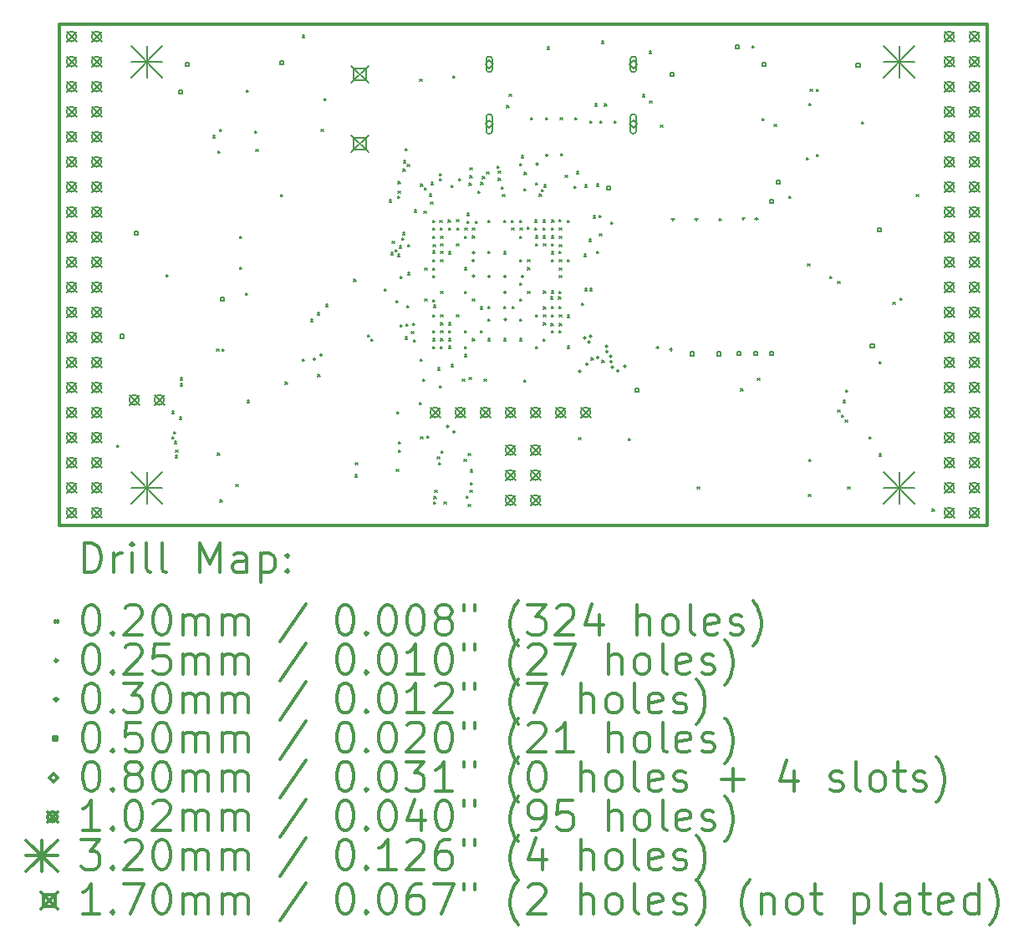
<source format=gbr>
%FSLAX45Y45*%
G04 Gerber Fmt 4.5, Leading zero omitted, Abs format (unit mm)*
G04 Created by KiCad (PCBNEW 4.0.7+dfsg1-1) date Fri Sep 29 00:39:54 2017*
%MOMM*%
%LPD*%
G01*
G04 APERTURE LIST*
%ADD10C,0.127000*%
%ADD11C,0.300000*%
%ADD12C,0.200000*%
G04 APERTURE END LIST*
D10*
D11*
X9410000Y-6142000D02*
X9410000Y-11222000D01*
X18808000Y-6142000D02*
X9410000Y-6142000D01*
X18808000Y-11222000D02*
X18808000Y-6142000D01*
X9410000Y-11222000D02*
X18808000Y-11222000D01*
D12*
X9998000Y-10410000D02*
X10018000Y-10430000D01*
X10018000Y-10410000D02*
X9998000Y-10430000D01*
X10493771Y-8680946D02*
X10513771Y-8700946D01*
X10513771Y-8680946D02*
X10493771Y-8700946D01*
X10555187Y-10325526D02*
X10575187Y-10345526D01*
X10575187Y-10325526D02*
X10555187Y-10345526D01*
X10557972Y-10068392D02*
X10577972Y-10088392D01*
X10577972Y-10068392D02*
X10557972Y-10088392D01*
X10570316Y-10275043D02*
X10590316Y-10295043D01*
X10590316Y-10275043D02*
X10570316Y-10295043D01*
X10580671Y-10371655D02*
X10600671Y-10391655D01*
X10600671Y-10371655D02*
X10580671Y-10391655D01*
X10587368Y-10514871D02*
X10607368Y-10534871D01*
X10607368Y-10514871D02*
X10587368Y-10534871D01*
X10592360Y-10459757D02*
X10612360Y-10479757D01*
X10612360Y-10459757D02*
X10592360Y-10479757D01*
X10630117Y-10127790D02*
X10650117Y-10147790D01*
X10650117Y-10127790D02*
X10630117Y-10147790D01*
X10638000Y-9728640D02*
X10658000Y-9748640D01*
X10658000Y-9728640D02*
X10638000Y-9748640D01*
X10638000Y-9786844D02*
X10658000Y-9806844D01*
X10658000Y-9786844D02*
X10638000Y-9806844D01*
X10972800Y-7273000D02*
X10992800Y-7293000D01*
X10992800Y-7273000D02*
X10972800Y-7293000D01*
X11009310Y-9438989D02*
X11029310Y-9458989D01*
X11029310Y-9438989D02*
X11009310Y-9458989D01*
X11018000Y-10490000D02*
X11038000Y-10510000D01*
X11038000Y-10490000D02*
X11018000Y-10510000D01*
X11021352Y-7428070D02*
X11041352Y-7448070D01*
X11041352Y-7428070D02*
X11021352Y-7448070D01*
X11038300Y-7211500D02*
X11058300Y-7231500D01*
X11058300Y-7211500D02*
X11038300Y-7231500D01*
X11042966Y-10966034D02*
X11062966Y-10986034D01*
X11062966Y-10966034D02*
X11042966Y-10986034D01*
X11061873Y-9435178D02*
X11081873Y-9455178D01*
X11081873Y-9435178D02*
X11061873Y-9455178D01*
X11203400Y-10805600D02*
X11223400Y-10825600D01*
X11223400Y-10805600D02*
X11203400Y-10825600D01*
X11241500Y-8291000D02*
X11261500Y-8311000D01*
X11261500Y-8291000D02*
X11241500Y-8311000D01*
X11241500Y-8608500D02*
X11261500Y-8628500D01*
X11261500Y-8608500D02*
X11241500Y-8628500D01*
X11298000Y-8870000D02*
X11318000Y-8890000D01*
X11318000Y-8870000D02*
X11298000Y-8890000D01*
X11311224Y-6814440D02*
X11331224Y-6834440D01*
X11331224Y-6814440D02*
X11311224Y-6834440D01*
X11317321Y-9958139D02*
X11337321Y-9978139D01*
X11337321Y-9958139D02*
X11317321Y-9978139D01*
X11393900Y-7224200D02*
X11413900Y-7244200D01*
X11413900Y-7224200D02*
X11393900Y-7244200D01*
X11406600Y-7414700D02*
X11426600Y-7434700D01*
X11426600Y-7414700D02*
X11406600Y-7434700D01*
X11655434Y-7867799D02*
X11675434Y-7887799D01*
X11675434Y-7867799D02*
X11655434Y-7887799D01*
X11702166Y-9771727D02*
X11722166Y-9791727D01*
X11722166Y-9771727D02*
X11702166Y-9791727D01*
X11874380Y-9539822D02*
X11894380Y-9559822D01*
X11894380Y-9539822D02*
X11874380Y-9559822D01*
X11875869Y-6255897D02*
X11895869Y-6275897D01*
X11895869Y-6255897D02*
X11875869Y-6275897D01*
X11958487Y-9136972D02*
X11978487Y-9156972D01*
X11978487Y-9136972D02*
X11958487Y-9156972D01*
X12027515Y-9067945D02*
X12047515Y-9087945D01*
X12047515Y-9067945D02*
X12027515Y-9087945D01*
X12033000Y-9695000D02*
X12053000Y-9715000D01*
X12053000Y-9695000D02*
X12033000Y-9715000D01*
X12067000Y-7211500D02*
X12087000Y-7231500D01*
X12087000Y-7211500D02*
X12067000Y-7231500D01*
X12098665Y-6897853D02*
X12118665Y-6917853D01*
X12118665Y-6897853D02*
X12098665Y-6917853D01*
X12111200Y-8984260D02*
X12131200Y-9004260D01*
X12131200Y-8984260D02*
X12111200Y-9004260D01*
X12398000Y-8730000D02*
X12418000Y-8750000D01*
X12418000Y-8730000D02*
X12398000Y-8750000D01*
X12398000Y-8730000D02*
X12418000Y-8750000D01*
X12418000Y-8730000D02*
X12398000Y-8750000D01*
X12410242Y-10710764D02*
X12430242Y-10730764D01*
X12430242Y-10710764D02*
X12410242Y-10730764D01*
X12415398Y-10588254D02*
X12435398Y-10608254D01*
X12435398Y-10588254D02*
X12415398Y-10608254D01*
X12538000Y-9290000D02*
X12558000Y-9310000D01*
X12558000Y-9290000D02*
X12538000Y-9310000D01*
X12572728Y-9335266D02*
X12592728Y-9355266D01*
X12592728Y-9335266D02*
X12572728Y-9355266D01*
X12704513Y-8827908D02*
X12724513Y-8847908D01*
X12724513Y-8827908D02*
X12704513Y-8847908D01*
X12754366Y-7925556D02*
X12774366Y-7945556D01*
X12774366Y-7925556D02*
X12754366Y-7945556D01*
X12772416Y-8458897D02*
X12792416Y-8478897D01*
X12792416Y-8458897D02*
X12772416Y-8478897D01*
X12786626Y-8342795D02*
X12806626Y-8362795D01*
X12806626Y-8342795D02*
X12786626Y-8362795D01*
X12815628Y-8428729D02*
X12835628Y-8448729D01*
X12835628Y-8428729D02*
X12815628Y-8448729D01*
X12822131Y-8943995D02*
X12842131Y-8963995D01*
X12842131Y-8943995D02*
X12822131Y-8963995D01*
X12829000Y-10653200D02*
X12849000Y-10673200D01*
X12849000Y-10653200D02*
X12829000Y-10673200D01*
X12834133Y-10069588D02*
X12854133Y-10089588D01*
X12854133Y-10069588D02*
X12834133Y-10089588D01*
X12838971Y-8476738D02*
X12858971Y-8496738D01*
X12858971Y-8476738D02*
X12838971Y-8496738D01*
X12841590Y-7889418D02*
X12861590Y-7909418D01*
X12861590Y-7889418D02*
X12841590Y-7909418D01*
X12844557Y-7737658D02*
X12864557Y-7757658D01*
X12864557Y-7737658D02*
X12844557Y-7757658D01*
X12846973Y-7836992D02*
X12866973Y-7856992D01*
X12866973Y-7836992D02*
X12846973Y-7856992D01*
X12850280Y-10377254D02*
X12870280Y-10397254D01*
X12870280Y-10377254D02*
X12850280Y-10397254D01*
X12851011Y-10461457D02*
X12871011Y-10481457D01*
X12871011Y-10461457D02*
X12851011Y-10481457D01*
X12856960Y-8392024D02*
X12876960Y-8412024D01*
X12876960Y-8392024D02*
X12856960Y-8412024D01*
X12866509Y-9190430D02*
X12886509Y-9210430D01*
X12886509Y-9190430D02*
X12866509Y-9210430D01*
X12867665Y-8701088D02*
X12887665Y-8721088D01*
X12887665Y-8701088D02*
X12867665Y-8721088D01*
X12884885Y-8308326D02*
X12904885Y-8328326D01*
X12904885Y-8308326D02*
X12884885Y-8328326D01*
X12891675Y-8256064D02*
X12911675Y-8276064D01*
X12911675Y-8256064D02*
X12891675Y-8276064D01*
X12896163Y-7612957D02*
X12916163Y-7632957D01*
X12916163Y-7612957D02*
X12896163Y-7632957D01*
X12902225Y-7526361D02*
X12922225Y-7546361D01*
X12922225Y-7526361D02*
X12902225Y-7546361D01*
X12915222Y-7404246D02*
X12935222Y-7424246D01*
X12935222Y-7404246D02*
X12915222Y-7424246D01*
X12915467Y-9314463D02*
X12935467Y-9334463D01*
X12935467Y-9314463D02*
X12915467Y-9334463D01*
X12923676Y-9183899D02*
X12943676Y-9203899D01*
X12943676Y-9183899D02*
X12923676Y-9203899D01*
X12935918Y-8993919D02*
X12955918Y-9013919D01*
X12955918Y-8993919D02*
X12935918Y-9013919D01*
X12939334Y-7563781D02*
X12959334Y-7583781D01*
X12959334Y-7563781D02*
X12939334Y-7583781D01*
X12941393Y-8376098D02*
X12961393Y-8396098D01*
X12961393Y-8376098D02*
X12941393Y-8396098D01*
X12944260Y-8660352D02*
X12964260Y-8680352D01*
X12964260Y-8660352D02*
X12944260Y-8680352D01*
X12980206Y-9257825D02*
X13000206Y-9277825D01*
X13000206Y-9257825D02*
X12980206Y-9277825D01*
X12992293Y-9173424D02*
X13012293Y-9193424D01*
X13012293Y-9173424D02*
X12992293Y-9193424D01*
X13004130Y-9342914D02*
X13024130Y-9362914D01*
X13024130Y-9342914D02*
X13004130Y-9362914D01*
X13009682Y-8027773D02*
X13029682Y-8047773D01*
X13029682Y-8027773D02*
X13009682Y-8047773D01*
X13061453Y-9980100D02*
X13081453Y-10000100D01*
X13081453Y-9980100D02*
X13061453Y-10000100D01*
X13066199Y-6701962D02*
X13086199Y-6721962D01*
X13086199Y-6701962D02*
X13066199Y-6721962D01*
X13070707Y-9535414D02*
X13090707Y-9555414D01*
X13090707Y-9535414D02*
X13070707Y-9555414D01*
X13073949Y-10325498D02*
X13093949Y-10345498D01*
X13093949Y-10325498D02*
X13073949Y-10345498D01*
X13075683Y-7764262D02*
X13095683Y-7784262D01*
X13095683Y-7764262D02*
X13075683Y-7784262D01*
X13093936Y-9738729D02*
X13113936Y-9758729D01*
X13113936Y-9738729D02*
X13093936Y-9758729D01*
X13108000Y-8040000D02*
X13128000Y-8060000D01*
X13128000Y-8040000D02*
X13108000Y-8060000D01*
X13113091Y-7801384D02*
X13133091Y-7821384D01*
X13133091Y-7801384D02*
X13113091Y-7821384D01*
X13115453Y-8615136D02*
X13135453Y-8635136D01*
X13135453Y-8615136D02*
X13115453Y-8635136D01*
X13118000Y-8930000D02*
X13138000Y-8950000D01*
X13138000Y-8930000D02*
X13118000Y-8950000D01*
X13135385Y-10319621D02*
X13155385Y-10339621D01*
X13155385Y-10319621D02*
X13135385Y-10339621D01*
X13160933Y-7864587D02*
X13180933Y-7884587D01*
X13180933Y-7864587D02*
X13160933Y-7884587D01*
X13174731Y-7948989D02*
X13194731Y-7968989D01*
X13194731Y-7948989D02*
X13174731Y-7968989D01*
X13182329Y-7748485D02*
X13202329Y-7768485D01*
X13202329Y-7748485D02*
X13182329Y-7768485D01*
X13197765Y-9087799D02*
X13217765Y-9107799D01*
X13217765Y-9087799D02*
X13197765Y-9107799D01*
X13197789Y-8617215D02*
X13217789Y-8637215D01*
X13217789Y-8617215D02*
X13197789Y-8637215D01*
X13197962Y-8532814D02*
X13217962Y-8552814D01*
X13217962Y-8532814D02*
X13197962Y-8552814D01*
X13198000Y-8440334D02*
X13218000Y-8460334D01*
X13218000Y-8440334D02*
X13198000Y-8460334D01*
X13198000Y-8130000D02*
X13218000Y-8150000D01*
X13218000Y-8130000D02*
X13198000Y-8150000D01*
X13198000Y-8207799D02*
X13218000Y-8227799D01*
X13218000Y-8207799D02*
X13198000Y-8227799D01*
X13198000Y-8690000D02*
X13218000Y-8710000D01*
X13218000Y-8690000D02*
X13198000Y-8710000D01*
X13198000Y-8934402D02*
X13218000Y-8954402D01*
X13218000Y-8934402D02*
X13198000Y-8954402D01*
X13198000Y-9250000D02*
X13218000Y-9270000D01*
X13218000Y-9250000D02*
X13198000Y-9270000D01*
X13198000Y-9330000D02*
X13218000Y-9350000D01*
X13218000Y-9330000D02*
X13198000Y-9350000D01*
X13198000Y-9410000D02*
X13218000Y-9430000D01*
X13218000Y-9410000D02*
X13198000Y-9430000D01*
X13198482Y-8292201D02*
X13218482Y-8312201D01*
X13218482Y-8292201D02*
X13198482Y-8312201D01*
X13201744Y-8376602D02*
X13221744Y-8396602D01*
X13221744Y-8376602D02*
X13201744Y-8396602D01*
X13204611Y-10984026D02*
X13224611Y-11004026D01*
X13224611Y-10984026D02*
X13204611Y-11004026D01*
X13205608Y-8993095D02*
X13225608Y-9013095D01*
X13225608Y-8993095D02*
X13205608Y-9013095D01*
X13208900Y-10931500D02*
X13228900Y-10951500D01*
X13228900Y-10931500D02*
X13208900Y-10951500D01*
X13218000Y-10870000D02*
X13238000Y-10890000D01*
X13238000Y-10870000D02*
X13218000Y-10890000D01*
X13244000Y-10530000D02*
X13264000Y-10550000D01*
X13264000Y-10530000D02*
X13244000Y-10550000D01*
X13247282Y-9628386D02*
X13267282Y-9648386D01*
X13267282Y-9628386D02*
X13247282Y-9648386D01*
X13255619Y-10587619D02*
X13275619Y-10607619D01*
X13275619Y-10587619D02*
X13255619Y-10607619D01*
X13263724Y-7657621D02*
X13283724Y-7677621D01*
X13283724Y-7657621D02*
X13263724Y-7677621D01*
X13265267Y-9807892D02*
X13285267Y-9827892D01*
X13285267Y-9807892D02*
X13265267Y-9827892D01*
X13266117Y-7710267D02*
X13286117Y-7730267D01*
X13286117Y-7710267D02*
X13266117Y-7730267D01*
X13268333Y-8129999D02*
X13288333Y-8149999D01*
X13288333Y-8129999D02*
X13268333Y-8149999D01*
X13271035Y-8207799D02*
X13291035Y-8227799D01*
X13291035Y-8207799D02*
X13271035Y-8227799D01*
X13274623Y-9409707D02*
X13294623Y-9429707D01*
X13294623Y-9409707D02*
X13274623Y-9429707D01*
X13277580Y-8532814D02*
X13297580Y-8552814D01*
X13297580Y-8532814D02*
X13277580Y-8552814D01*
X13278000Y-8292201D02*
X13298000Y-8312201D01*
X13298000Y-8292201D02*
X13278000Y-8312201D01*
X13278000Y-8850000D02*
X13298000Y-8870000D01*
X13298000Y-8850000D02*
X13278000Y-8870000D01*
X13278000Y-9090000D02*
X13298000Y-9110000D01*
X13298000Y-9090000D02*
X13278000Y-9110000D01*
X13278000Y-9170000D02*
X13298000Y-9190000D01*
X13298000Y-9170000D02*
X13278000Y-9190000D01*
X13278000Y-9250000D02*
X13298000Y-9270000D01*
X13298000Y-9250000D02*
X13278000Y-9270000D01*
X13278000Y-9330000D02*
X13298000Y-9350000D01*
X13298000Y-9330000D02*
X13278000Y-9350000D01*
X13278042Y-8446122D02*
X13298042Y-8466122D01*
X13298042Y-8446122D02*
X13278042Y-8466122D01*
X13278650Y-8367799D02*
X13298650Y-8387799D01*
X13298650Y-8367799D02*
X13278650Y-8387799D01*
X13281858Y-10470000D02*
X13301858Y-10490000D01*
X13301858Y-10470000D02*
X13281858Y-10490000D01*
X13311600Y-10983400D02*
X13331600Y-11003400D01*
X13331600Y-10983400D02*
X13311600Y-11003400D01*
X13352734Y-8129641D02*
X13372734Y-8149641D01*
X13372734Y-8129641D02*
X13352734Y-8149641D01*
X13355436Y-8207799D02*
X13375436Y-8227799D01*
X13375436Y-8207799D02*
X13355436Y-8227799D01*
X13357194Y-8449520D02*
X13377194Y-8469520D01*
X13377194Y-8449520D02*
X13357194Y-8469520D01*
X13358000Y-9170000D02*
X13378000Y-9190000D01*
X13378000Y-9170000D02*
X13358000Y-9190000D01*
X13358000Y-9250000D02*
X13378000Y-9270000D01*
X13378000Y-9250000D02*
X13358000Y-9270000D01*
X13358567Y-9330248D02*
X13378567Y-9350248D01*
X13378567Y-9330248D02*
X13358567Y-9350248D01*
X13359024Y-9408016D02*
X13379024Y-9428016D01*
X13379024Y-9408016D02*
X13359024Y-9428016D01*
X13381998Y-9593873D02*
X13401998Y-9613873D01*
X13401998Y-9593873D02*
X13381998Y-9613873D01*
X13382219Y-7775484D02*
X13402219Y-7795484D01*
X13402219Y-7775484D02*
X13382219Y-7795484D01*
X13397916Y-6668615D02*
X13417916Y-6688615D01*
X13417916Y-6668615D02*
X13397916Y-6688615D01*
X13437135Y-8124791D02*
X13457135Y-8144791D01*
X13457135Y-8124791D02*
X13437135Y-8144791D01*
X13438000Y-8370000D02*
X13458000Y-8390000D01*
X13458000Y-8370000D02*
X13438000Y-8390000D01*
X13438000Y-9090000D02*
X13458000Y-9110000D01*
X13458000Y-9090000D02*
X13438000Y-9110000D01*
X13440141Y-8207758D02*
X13460141Y-8227758D01*
X13460141Y-8207758D02*
X13440141Y-8227758D01*
X13460201Y-7710000D02*
X13480201Y-7730000D01*
X13480201Y-7710000D02*
X13460201Y-7730000D01*
X13498546Y-9743179D02*
X13518546Y-9763179D01*
X13518546Y-9743179D02*
X13498546Y-9763179D01*
X13514800Y-10551600D02*
X13534800Y-10571600D01*
X13534800Y-10551600D02*
X13514800Y-10571600D01*
X13517331Y-8851860D02*
X13537331Y-8871860D01*
X13537331Y-8851860D02*
X13517331Y-8871860D01*
X13518000Y-8292201D02*
X13538000Y-8312201D01*
X13538000Y-8292201D02*
X13518000Y-8312201D01*
X13518000Y-8610000D02*
X13538000Y-8630000D01*
X13538000Y-8610000D02*
X13518000Y-8630000D01*
X13518000Y-9250000D02*
X13538000Y-9270000D01*
X13538000Y-9250000D02*
X13518000Y-9270000D01*
X13518000Y-9410000D02*
X13538000Y-9430000D01*
X13538000Y-9410000D02*
X13518000Y-9430000D01*
X13518000Y-9490000D02*
X13538000Y-9510000D01*
X13538000Y-9490000D02*
X13518000Y-9510000D01*
X13524542Y-8207681D02*
X13544542Y-8227681D01*
X13544542Y-8207681D02*
X13524542Y-8227681D01*
X13537195Y-10926588D02*
X13557195Y-10946588D01*
X13557195Y-10926588D02*
X13537195Y-10946588D01*
X13546744Y-8060230D02*
X13566744Y-8080230D01*
X13566744Y-8060230D02*
X13546744Y-8080230D01*
X13546744Y-8138922D02*
X13566744Y-8158922D01*
X13566744Y-8138922D02*
X13546744Y-8158922D01*
X13558000Y-10493799D02*
X13578000Y-10513799D01*
X13578000Y-10493799D02*
X13558000Y-10513799D01*
X13558000Y-11010000D02*
X13578000Y-11030000D01*
X13578000Y-11010000D02*
X13558000Y-11030000D01*
X13566755Y-7754855D02*
X13586755Y-7774855D01*
X13586755Y-7754855D02*
X13566755Y-7774855D01*
X13567000Y-9723813D02*
X13587000Y-9743813D01*
X13587000Y-9723813D02*
X13567000Y-9743813D01*
X13573069Y-7599451D02*
X13593069Y-7619451D01*
X13593069Y-7599451D02*
X13573069Y-7619451D01*
X13573070Y-7680538D02*
X13593070Y-7700538D01*
X13593070Y-7680538D02*
X13573070Y-7700538D01*
X13575325Y-10869239D02*
X13595325Y-10889239D01*
X13595325Y-10869239D02*
X13575325Y-10889239D01*
X13575519Y-10792264D02*
X13595519Y-10812264D01*
X13595519Y-10792264D02*
X13575519Y-10812264D01*
X13578416Y-10659601D02*
X13598416Y-10679601D01*
X13598416Y-10659601D02*
X13578416Y-10679601D01*
X13598000Y-8210000D02*
X13618000Y-8230000D01*
X13618000Y-8210000D02*
X13598000Y-8230000D01*
X13598000Y-8290000D02*
X13618000Y-8310000D01*
X13618000Y-8290000D02*
X13598000Y-8310000D01*
X13598000Y-9330000D02*
X13618000Y-9350000D01*
X13618000Y-9330000D02*
X13598000Y-9350000D01*
X13598517Y-8929483D02*
X13618517Y-8949483D01*
X13618517Y-8929483D02*
X13598517Y-8949483D01*
X13631144Y-8139731D02*
X13651144Y-8159731D01*
X13651144Y-8139731D02*
X13631144Y-8159731D01*
X13653412Y-7835167D02*
X13673412Y-7855167D01*
X13673412Y-7835167D02*
X13653412Y-7855167D01*
X13678000Y-9250000D02*
X13698000Y-9270000D01*
X13698000Y-9250000D02*
X13678000Y-9270000D01*
X13678517Y-9009483D02*
X13698517Y-9029483D01*
X13698517Y-9009483D02*
X13678517Y-9029483D01*
X13682857Y-7746298D02*
X13702857Y-7766298D01*
X13702857Y-7746298D02*
X13682857Y-7766298D01*
X13701602Y-7687474D02*
X13721602Y-7707474D01*
X13721602Y-7687474D02*
X13701602Y-7707474D01*
X13718870Y-9743874D02*
X13738870Y-9763874D01*
X13738870Y-9743874D02*
X13718870Y-9763874D01*
X13743803Y-7641053D02*
X13763803Y-7661053D01*
X13763803Y-7641053D02*
X13743803Y-7661053D01*
X13756589Y-9130245D02*
X13776589Y-9150245D01*
X13776589Y-9130245D02*
X13756589Y-9150245D01*
X13758000Y-8130000D02*
X13778000Y-8150000D01*
X13778000Y-8130000D02*
X13758000Y-8150000D01*
X13758000Y-9007299D02*
X13778000Y-9027299D01*
X13778000Y-9007299D02*
X13758000Y-9027299D01*
X13758000Y-9330000D02*
X13778000Y-9350000D01*
X13778000Y-9330000D02*
X13758000Y-9350000D01*
X13758056Y-8443409D02*
X13778056Y-8463409D01*
X13778056Y-8443409D02*
X13758056Y-8463409D01*
X13849384Y-7581016D02*
X13869384Y-7601016D01*
X13869384Y-7581016D02*
X13849384Y-7601016D01*
X13861610Y-7632585D02*
X13881610Y-7652585D01*
X13881610Y-7632585D02*
X13861610Y-7652585D01*
X13862361Y-7706570D02*
X13882361Y-7726570D01*
X13882361Y-7706570D02*
X13862361Y-7726570D01*
X13894062Y-7793672D02*
X13914062Y-7813672D01*
X13914062Y-7793672D02*
X13894062Y-7813672D01*
X13904536Y-7870917D02*
X13924536Y-7890917D01*
X13924536Y-7870917D02*
X13904536Y-7890917D01*
X13917252Y-8451135D02*
X13937252Y-8471135D01*
X13937252Y-8451135D02*
X13917252Y-8471135D01*
X13918000Y-8130000D02*
X13938000Y-8150000D01*
X13938000Y-8130000D02*
X13918000Y-8150000D01*
X13918000Y-9002299D02*
X13938000Y-9022299D01*
X13938000Y-9002299D02*
X13918000Y-9022299D01*
X13918000Y-9330000D02*
X13938000Y-9350000D01*
X13938000Y-9330000D02*
X13918000Y-9350000D01*
X13947561Y-6969286D02*
X13967561Y-6989286D01*
X13967561Y-6969286D02*
X13947561Y-6989286D01*
X13972000Y-6856567D02*
X13992000Y-6876567D01*
X13992000Y-6856567D02*
X13972000Y-6876567D01*
X13993599Y-8130000D02*
X14013599Y-8150000D01*
X14013599Y-8130000D02*
X13993599Y-8150000D01*
X13998000Y-8210000D02*
X14018000Y-8230000D01*
X14018000Y-8210000D02*
X13998000Y-8230000D01*
X13999489Y-9002299D02*
X14019489Y-9022299D01*
X14019489Y-9002299D02*
X13999489Y-9022299D01*
X14076403Y-8294140D02*
X14096403Y-8314140D01*
X14096403Y-8294140D02*
X14076403Y-8314140D01*
X14077419Y-9133335D02*
X14097419Y-9153335D01*
X14097419Y-9133335D02*
X14077419Y-9153335D01*
X14078000Y-8130000D02*
X14098000Y-8150000D01*
X14098000Y-8130000D02*
X14078000Y-8150000D01*
X14078000Y-8530000D02*
X14098000Y-8550000D01*
X14098000Y-8530000D02*
X14078000Y-8550000D01*
X14078000Y-8770000D02*
X14098000Y-8790000D01*
X14098000Y-8770000D02*
X14078000Y-8790000D01*
X14078000Y-8930000D02*
X14098000Y-8950000D01*
X14098000Y-8930000D02*
X14078000Y-8950000D01*
X14078000Y-9330000D02*
X14098000Y-9350000D01*
X14098000Y-9330000D02*
X14078000Y-9350000D01*
X14079021Y-7558194D02*
X14099021Y-7578194D01*
X14099021Y-7558194D02*
X14079021Y-7578194D01*
X14082401Y-8207928D02*
X14102401Y-8227928D01*
X14102401Y-8207928D02*
X14082401Y-8227928D01*
X14094664Y-7477380D02*
X14114664Y-7497380D01*
X14114664Y-7477380D02*
X14094664Y-7497380D01*
X14118000Y-9750000D02*
X14138000Y-9770000D01*
X14138000Y-9750000D02*
X14118000Y-9770000D01*
X14121898Y-7809926D02*
X14141898Y-7829926D01*
X14141898Y-7809926D02*
X14121898Y-7829926D01*
X14124297Y-7645500D02*
X14144297Y-7665500D01*
X14144297Y-7645500D02*
X14124297Y-7665500D01*
X14155799Y-8203034D02*
X14175799Y-8223034D01*
X14175799Y-8203034D02*
X14155799Y-8223034D01*
X14158000Y-8530000D02*
X14178000Y-8550000D01*
X14178000Y-8530000D02*
X14158000Y-8550000D01*
X14158000Y-8610000D02*
X14178000Y-8630000D01*
X14178000Y-8610000D02*
X14158000Y-8630000D01*
X14158000Y-8850000D02*
X14178000Y-8870000D01*
X14178000Y-8850000D02*
X14158000Y-8870000D01*
X14190056Y-7090851D02*
X14210056Y-7110851D01*
X14210056Y-7090851D02*
X14190056Y-7110851D01*
X14229642Y-8209139D02*
X14249642Y-8229139D01*
X14249642Y-8209139D02*
X14229642Y-8229139D01*
X14231398Y-8128224D02*
X14251398Y-8148224D01*
X14251398Y-8128224D02*
X14231398Y-8148224D01*
X14237355Y-8289891D02*
X14257355Y-8309891D01*
X14257355Y-8289891D02*
X14237355Y-8309891D01*
X14238000Y-7750000D02*
X14258000Y-7770000D01*
X14258000Y-7750000D02*
X14238000Y-7770000D01*
X14238000Y-8370000D02*
X14258000Y-8390000D01*
X14258000Y-8370000D02*
X14238000Y-8390000D01*
X14238000Y-9090000D02*
X14258000Y-9110000D01*
X14258000Y-9090000D02*
X14238000Y-9110000D01*
X14238000Y-9410000D02*
X14258000Y-9430000D01*
X14258000Y-9410000D02*
X14238000Y-9430000D01*
X14275162Y-7865975D02*
X14295162Y-7885975D01*
X14295162Y-7865975D02*
X14275162Y-7885975D01*
X14300511Y-7819522D02*
X14320511Y-7839522D01*
X14320511Y-7819522D02*
X14300511Y-7839522D01*
X14315799Y-8127963D02*
X14335799Y-8147963D01*
X14335799Y-8127963D02*
X14315799Y-8147963D01*
X14315799Y-8210715D02*
X14335799Y-8230715D01*
X14335799Y-8210715D02*
X14315799Y-8230715D01*
X14315799Y-8290000D02*
X14335799Y-8310000D01*
X14335799Y-8290000D02*
X14315799Y-8310000D01*
X14315801Y-9332315D02*
X14335801Y-9352315D01*
X14335801Y-9332315D02*
X14315801Y-9352315D01*
X14317803Y-8849503D02*
X14337803Y-8869503D01*
X14337803Y-8849503D02*
X14317803Y-8869503D01*
X14318000Y-8370000D02*
X14338000Y-8390000D01*
X14338000Y-8370000D02*
X14318000Y-8390000D01*
X14318000Y-9090000D02*
X14338000Y-9110000D01*
X14338000Y-9090000D02*
X14318000Y-9110000D01*
X14318000Y-9170000D02*
X14338000Y-9190000D01*
X14338000Y-9170000D02*
X14318000Y-9190000D01*
X14318182Y-9010195D02*
X14338182Y-9030195D01*
X14338182Y-9010195D02*
X14318182Y-9030195D01*
X14323180Y-7771946D02*
X14343180Y-7791946D01*
X14343180Y-7771946D02*
X14323180Y-7791946D01*
X14338035Y-7091653D02*
X14358035Y-7111653D01*
X14358035Y-7091653D02*
X14338035Y-7111653D01*
X14355067Y-6376252D02*
X14375067Y-6396252D01*
X14375067Y-6376252D02*
X14355067Y-6396252D01*
X14388995Y-8907799D02*
X14408995Y-8927799D01*
X14408995Y-8907799D02*
X14388995Y-8927799D01*
X14396483Y-9177765D02*
X14416483Y-9197765D01*
X14416483Y-9177765D02*
X14396483Y-9197765D01*
X14398000Y-9090000D02*
X14418000Y-9110000D01*
X14418000Y-9090000D02*
X14398000Y-9110000D01*
X14398242Y-9003286D02*
X14418242Y-9023286D01*
X14418242Y-9003286D02*
X14398242Y-9023286D01*
X14398283Y-8848451D02*
X14418283Y-8868451D01*
X14418283Y-8848451D02*
X14398283Y-8868451D01*
X14400201Y-8208560D02*
X14420201Y-8228560D01*
X14420201Y-8208560D02*
X14400201Y-8228560D01*
X14400201Y-8290000D02*
X14420201Y-8310000D01*
X14420201Y-8290000D02*
X14400201Y-8310000D01*
X14400201Y-8370000D02*
X14420201Y-8390000D01*
X14420201Y-8370000D02*
X14400201Y-8390000D01*
X14400201Y-8450000D02*
X14420201Y-8470000D01*
X14420201Y-8450000D02*
X14400201Y-8470000D01*
X14400201Y-8529722D02*
X14420201Y-8549722D01*
X14420201Y-8529722D02*
X14400201Y-8549722D01*
X14400201Y-9250000D02*
X14420201Y-9270000D01*
X14420201Y-9250000D02*
X14400201Y-9270000D01*
X14404602Y-8127478D02*
X14424602Y-8147478D01*
X14424602Y-8127478D02*
X14404602Y-8147478D01*
X14471061Y-8907799D02*
X14491061Y-8927799D01*
X14491061Y-8907799D02*
X14471061Y-8927799D01*
X14476639Y-8123398D02*
X14496639Y-8143398D01*
X14496639Y-8123398D02*
X14476639Y-8143398D01*
X14476724Y-9006446D02*
X14496724Y-9026446D01*
X14496724Y-9006446D02*
X14476724Y-9026446D01*
X14477765Y-8852201D02*
X14497765Y-8872201D01*
X14497765Y-8852201D02*
X14477765Y-8872201D01*
X14477769Y-8443293D02*
X14497769Y-8463293D01*
X14497769Y-8443293D02*
X14477769Y-8463293D01*
X14478235Y-9247799D02*
X14498235Y-9267799D01*
X14498235Y-9247799D02*
X14478235Y-9267799D01*
X14478509Y-8207799D02*
X14498509Y-8227799D01*
X14498509Y-8207799D02*
X14478509Y-8227799D01*
X14478654Y-8528519D02*
X14498654Y-8548519D01*
X14498654Y-8528519D02*
X14478654Y-8548519D01*
X14478856Y-8689382D02*
X14498856Y-8709382D01*
X14498856Y-8689382D02*
X14478856Y-8709382D01*
X14479038Y-8376602D02*
X14499038Y-8396602D01*
X14499038Y-8376602D02*
X14479038Y-8396602D01*
X14479163Y-9090847D02*
X14499163Y-9110847D01*
X14499163Y-9090847D02*
X14479163Y-9110847D01*
X14479410Y-8292201D02*
X14499410Y-8312201D01*
X14499410Y-8292201D02*
X14479410Y-8312201D01*
X14479577Y-9177444D02*
X14499577Y-9197444D01*
X14499577Y-9177444D02*
X14479577Y-9197444D01*
X14480128Y-8616874D02*
X14500128Y-8636874D01*
X14500128Y-8616874D02*
X14480128Y-8636874D01*
X14487842Y-7092405D02*
X14507842Y-7112405D01*
X14507842Y-7092405D02*
X14487842Y-7112405D01*
X14491706Y-7455585D02*
X14511706Y-7475585D01*
X14511706Y-7455585D02*
X14491706Y-7475585D01*
X14539401Y-7673483D02*
X14559401Y-7693483D01*
X14559401Y-7673483D02*
X14539401Y-7693483D01*
X14558000Y-8130000D02*
X14578000Y-8150000D01*
X14578000Y-8130000D02*
X14558000Y-8150000D01*
X14558000Y-8532201D02*
X14578000Y-8552201D01*
X14578000Y-8532201D02*
X14558000Y-8552201D01*
X14558000Y-9407799D02*
X14578000Y-9427799D01*
X14578000Y-9407799D02*
X14558000Y-9427799D01*
X14561303Y-9092201D02*
X14581303Y-9112201D01*
X14581303Y-9092201D02*
X14561303Y-9112201D01*
X14628717Y-7783934D02*
X14648717Y-7803934D01*
X14648717Y-7783934D02*
X14628717Y-7803934D01*
X14636897Y-7089394D02*
X14656897Y-7109394D01*
X14656897Y-7089394D02*
X14636897Y-7109394D01*
X14652765Y-7636130D02*
X14672765Y-7656130D01*
X14672765Y-7636130D02*
X14652765Y-7656130D01*
X14674429Y-10335274D02*
X14694429Y-10355274D01*
X14694429Y-10335274D02*
X14674429Y-10355274D01*
X14702593Y-8970288D02*
X14722593Y-8990288D01*
X14722593Y-8970288D02*
X14702593Y-8990288D01*
X14732247Y-8475859D02*
X14752247Y-8495859D01*
X14752247Y-8475859D02*
X14732247Y-8495859D01*
X14737067Y-8822484D02*
X14757067Y-8842484D01*
X14757067Y-8822484D02*
X14737067Y-8842484D01*
X14738000Y-7772201D02*
X14758000Y-7792201D01*
X14758000Y-7772201D02*
X14738000Y-7792201D01*
X14779417Y-8323581D02*
X14799417Y-8343581D01*
X14799417Y-8323581D02*
X14779417Y-8343581D01*
X14788736Y-7127779D02*
X14808736Y-7147779D01*
X14808736Y-7127779D02*
X14788736Y-7147779D01*
X14789768Y-8822484D02*
X14809768Y-8842484D01*
X14809768Y-8822484D02*
X14789768Y-8842484D01*
X14800281Y-9523902D02*
X14820281Y-9543902D01*
X14820281Y-9523902D02*
X14800281Y-9543902D01*
X14823777Y-8087578D02*
X14843777Y-8107578D01*
X14843777Y-8087578D02*
X14823777Y-8107578D01*
X14837783Y-6951968D02*
X14857783Y-6971968D01*
X14857783Y-6951968D02*
X14837783Y-6971968D01*
X14853988Y-7762935D02*
X14873988Y-7782935D01*
X14873988Y-7762935D02*
X14853988Y-7782935D01*
X14856880Y-8445039D02*
X14876880Y-8465039D01*
X14876880Y-8445039D02*
X14856880Y-8465039D01*
X14883585Y-8079901D02*
X14903585Y-8099901D01*
X14903585Y-8079901D02*
X14883585Y-8099901D01*
X14887565Y-8265534D02*
X14907565Y-8285534D01*
X14907565Y-8265534D02*
X14887565Y-8285534D01*
X14889119Y-7127779D02*
X14909119Y-7147779D01*
X14909119Y-7127779D02*
X14889119Y-7147779D01*
X14908375Y-6315711D02*
X14928375Y-6335711D01*
X14928375Y-6315711D02*
X14908375Y-6335711D01*
X14910771Y-9550529D02*
X14930771Y-9570529D01*
X14930771Y-9550529D02*
X14910771Y-9570529D01*
X14937595Y-6951968D02*
X14957595Y-6971968D01*
X14957595Y-6951968D02*
X14937595Y-6971968D01*
X14998000Y-8150000D02*
X15018000Y-8170000D01*
X15018000Y-8150000D02*
X14998000Y-8170000D01*
X15035722Y-7127779D02*
X15055722Y-7147779D01*
X15055722Y-7127779D02*
X15035722Y-7147779D01*
X15179638Y-10341072D02*
X15199638Y-10361072D01*
X15199638Y-10341072D02*
X15179638Y-10361072D01*
X15322234Y-6857342D02*
X15342234Y-6877342D01*
X15342234Y-6857342D02*
X15322234Y-6877342D01*
X15388420Y-6418006D02*
X15408420Y-6438006D01*
X15408420Y-6418006D02*
X15388420Y-6438006D01*
X15394400Y-6919400D02*
X15414400Y-6939400D01*
X15414400Y-6919400D02*
X15394400Y-6939400D01*
X15504936Y-7166453D02*
X15524936Y-7186453D01*
X15524936Y-7166453D02*
X15504936Y-7186453D01*
X15877000Y-10831000D02*
X15897000Y-10851000D01*
X15897000Y-10831000D02*
X15877000Y-10851000D01*
X16317742Y-9840172D02*
X16337742Y-9860172D01*
X16337742Y-9840172D02*
X16317742Y-9860172D01*
X16433388Y-6363745D02*
X16453388Y-6383745D01*
X16453388Y-6363745D02*
X16433388Y-6383745D01*
X16486142Y-9735311D02*
X16506142Y-9755311D01*
X16506142Y-9735311D02*
X16486142Y-9755311D01*
X16533299Y-7097002D02*
X16553299Y-7117002D01*
X16553299Y-7097002D02*
X16533299Y-7117002D01*
X16655801Y-7157356D02*
X16675801Y-7177356D01*
X16675801Y-7157356D02*
X16655801Y-7177356D01*
X16806644Y-7885534D02*
X16826644Y-7905534D01*
X16826644Y-7885534D02*
X16806644Y-7905534D01*
X16979535Y-7499299D02*
X16999535Y-7519299D01*
X16999535Y-7499299D02*
X16979535Y-7519299D01*
X16994600Y-8570400D02*
X17014600Y-8590400D01*
X17014600Y-8570400D02*
X16994600Y-8590400D01*
X17002604Y-10911247D02*
X17022604Y-10931247D01*
X17022604Y-10911247D02*
X17002604Y-10931247D01*
X17005773Y-10556635D02*
X17025773Y-10576635D01*
X17025773Y-10556635D02*
X17005773Y-10576635D01*
X17008296Y-6947101D02*
X17028296Y-6967101D01*
X17028296Y-6947101D02*
X17008296Y-6967101D01*
X17020000Y-6805100D02*
X17040000Y-6825100D01*
X17040000Y-6805100D02*
X17020000Y-6825100D01*
X17084317Y-7466146D02*
X17104317Y-7486146D01*
X17104317Y-7466146D02*
X17084317Y-7486146D01*
X17085000Y-6802556D02*
X17105000Y-6822556D01*
X17105000Y-6802556D02*
X17085000Y-6822556D01*
X17218956Y-8702405D02*
X17238956Y-8722405D01*
X17238956Y-8702405D02*
X17218956Y-8722405D01*
X17299400Y-8748200D02*
X17319400Y-8768200D01*
X17319400Y-8748200D02*
X17299400Y-8768200D01*
X17300268Y-10055836D02*
X17320268Y-10075836D01*
X17320268Y-10055836D02*
X17300268Y-10075836D01*
X17339796Y-10105762D02*
X17359796Y-10125762D01*
X17359796Y-10105762D02*
X17339796Y-10125762D01*
X17352053Y-9955794D02*
X17372053Y-9975794D01*
X17372053Y-9955794D02*
X17352053Y-9975794D01*
X17376791Y-10155514D02*
X17396791Y-10175514D01*
X17396791Y-10155514D02*
X17376791Y-10175514D01*
X17380238Y-9852552D02*
X17400238Y-9872552D01*
X17400238Y-9852552D02*
X17380238Y-9872552D01*
X17401000Y-10831000D02*
X17421000Y-10851000D01*
X17421000Y-10831000D02*
X17401000Y-10851000D01*
X17539563Y-7135743D02*
X17559563Y-7155743D01*
X17559563Y-7135743D02*
X17539563Y-7155743D01*
X17618500Y-10323000D02*
X17638500Y-10343000D01*
X17638500Y-10323000D02*
X17618500Y-10343000D01*
X17717400Y-10497912D02*
X17737400Y-10517912D01*
X17737400Y-10497912D02*
X17717400Y-10517912D01*
X17718500Y-9561000D02*
X17738500Y-9581000D01*
X17738500Y-9561000D02*
X17718500Y-9581000D01*
X17856591Y-8961390D02*
X17876591Y-8981390D01*
X17876591Y-8961390D02*
X17856591Y-8981390D01*
X17927598Y-8921781D02*
X17947598Y-8941781D01*
X17947598Y-8921781D02*
X17927598Y-8941781D01*
X18096500Y-7868500D02*
X18116500Y-7888500D01*
X18116500Y-7868500D02*
X18096500Y-7888500D01*
X18255436Y-11056584D02*
X18275436Y-11076584D01*
X18275436Y-11056584D02*
X18255436Y-11076584D01*
X12010516Y-9541295D02*
G75*
G03X12010516Y-9541295I-12700J0D01*
G01*
X12076103Y-9497760D02*
G75*
G03X12076103Y-9497760I-12700J0D01*
G01*
X13357629Y-10223262D02*
G75*
G03X13357629Y-10223262I-12700J0D01*
G01*
X13420141Y-10275223D02*
G75*
G03X13420141Y-10275223I-12700J0D01*
G01*
X13620700Y-8460000D02*
G75*
G03X13620700Y-8460000I-12700J0D01*
G01*
X13620700Y-8540000D02*
G75*
G03X13620700Y-8540000I-12700J0D01*
G01*
X13623799Y-8699540D02*
G75*
G03X13623799Y-8699540I-12700J0D01*
G01*
X13780700Y-8700000D02*
G75*
G03X13780700Y-8700000I-12700J0D01*
G01*
X13940700Y-8700000D02*
G75*
G03X13940700Y-8700000I-12700J0D01*
G01*
X13940700Y-8860000D02*
G75*
G03X13940700Y-8860000I-12700J0D01*
G01*
X13943964Y-9135970D02*
G75*
G03X13943964Y-9135970I-12700J0D01*
G01*
X14116986Y-8699500D02*
G75*
G03X14116986Y-8699500I-12700J0D01*
G01*
X14265799Y-7566284D02*
G75*
G03X14265799Y-7566284I-12700J0D01*
G01*
X14365259Y-7474977D02*
G75*
G03X14365259Y-7474977I-12700J0D01*
G01*
X14698950Y-9661750D02*
G75*
G03X14698950Y-9661750I-12700J0D01*
G01*
X14748323Y-9321914D02*
G75*
G03X14748323Y-9321914I-12700J0D01*
G01*
X14766147Y-9591326D02*
G75*
G03X14766147Y-9591326I-12700J0D01*
G01*
X14790471Y-9369101D02*
G75*
G03X14790471Y-9369101I-12700J0D01*
G01*
X14804230Y-9306098D02*
G75*
G03X14804230Y-9306098I-12700J0D01*
G01*
X14878093Y-9524901D02*
G75*
G03X14878093Y-9524901I-12700J0D01*
G01*
X14969298Y-9405479D02*
G75*
G03X14969298Y-9405479I-12700J0D01*
G01*
X14971152Y-9463550D02*
G75*
G03X14971152Y-9463550I-12700J0D01*
G01*
X15007952Y-9508512D02*
G75*
G03X15007952Y-9508512I-12700J0D01*
G01*
X15016044Y-9566047D02*
G75*
G03X15016044Y-9566047I-12700J0D01*
G01*
X15027622Y-9622983D02*
G75*
G03X15027622Y-9622983I-12700J0D01*
G01*
X15084750Y-9657580D02*
G75*
G03X15084750Y-9657580I-12700J0D01*
G01*
X15157504Y-9611632D02*
G75*
G03X15157504Y-9611632I-12700J0D01*
G01*
X15472629Y-9402136D02*
X15472629Y-9432136D01*
X15457629Y-9417136D02*
X15487629Y-9417136D01*
X15607711Y-9423078D02*
X15607711Y-9453078D01*
X15592711Y-9438078D02*
X15622711Y-9438078D01*
X15628000Y-8106084D02*
X15628000Y-8136084D01*
X15613000Y-8121084D02*
X15643000Y-8121084D01*
X15868000Y-8106084D02*
X15868000Y-8136084D01*
X15853000Y-8121084D02*
X15883000Y-8121084D01*
X16106799Y-8106612D02*
X16106799Y-8136612D01*
X16091799Y-8121612D02*
X16121799Y-8121612D01*
X16342203Y-8097066D02*
X16342203Y-8127066D01*
X16327203Y-8112066D02*
X16357203Y-8112066D01*
X16474183Y-8098057D02*
X16474183Y-8128057D01*
X16459183Y-8113057D02*
X16489183Y-8113057D01*
X10065668Y-9324068D02*
X10065668Y-9288713D01*
X10030313Y-9288713D01*
X10030313Y-9324068D01*
X10065668Y-9324068D01*
X10210884Y-8276183D02*
X10210884Y-8240827D01*
X10175529Y-8240827D01*
X10175529Y-8276183D01*
X10210884Y-8276183D01*
X10659458Y-6848926D02*
X10659458Y-6813570D01*
X10624103Y-6813570D01*
X10624103Y-6848926D01*
X10659458Y-6848926D01*
X10724925Y-6569670D02*
X10724925Y-6534314D01*
X10689570Y-6534314D01*
X10689570Y-6569670D01*
X10724925Y-6569670D01*
X11079415Y-8946398D02*
X11079415Y-8911042D01*
X11044059Y-8911042D01*
X11044059Y-8946398D01*
X11079415Y-8946398D01*
X11685285Y-6554893D02*
X11685285Y-6519538D01*
X11649930Y-6519538D01*
X11649930Y-6554893D01*
X11685285Y-6554893D01*
X14992842Y-7820612D02*
X14992842Y-7785257D01*
X14957486Y-7785257D01*
X14957486Y-7820612D01*
X14992842Y-7820612D01*
X15279782Y-9869675D02*
X15279782Y-9834319D01*
X15244427Y-9834319D01*
X15244427Y-9869675D01*
X15279782Y-9869675D01*
X15641236Y-6672514D02*
X15641236Y-6637158D01*
X15605880Y-6637158D01*
X15605880Y-6672514D01*
X15641236Y-6672514D01*
X15841046Y-9502939D02*
X15841046Y-9467584D01*
X15805691Y-9467584D01*
X15805691Y-9502939D01*
X15841046Y-9502939D01*
X16108519Y-9502730D02*
X16108519Y-9467375D01*
X16073163Y-9467375D01*
X16073163Y-9502730D01*
X16108519Y-9502730D01*
X16296426Y-6389526D02*
X16296426Y-6354171D01*
X16261070Y-6354171D01*
X16261070Y-6389526D01*
X16296426Y-6389526D01*
X16316953Y-9499696D02*
X16316953Y-9464341D01*
X16281597Y-9464341D01*
X16281597Y-9499696D01*
X16316953Y-9499696D01*
X16483055Y-9500233D02*
X16483055Y-9464877D01*
X16447699Y-9464877D01*
X16447699Y-9500233D01*
X16483055Y-9500233D01*
X16571791Y-6571560D02*
X16571791Y-6536205D01*
X16536435Y-6536205D01*
X16536435Y-6571560D01*
X16571791Y-6571560D01*
X16642779Y-7956567D02*
X16642779Y-7921212D01*
X16607423Y-7921212D01*
X16607423Y-7956567D01*
X16642779Y-7956567D01*
X16645678Y-9497678D02*
X16645678Y-9462322D01*
X16610322Y-9462322D01*
X16610322Y-9497678D01*
X16645678Y-9497678D01*
X16711977Y-7760111D02*
X16711977Y-7724756D01*
X16676621Y-7724756D01*
X16676621Y-7760111D01*
X16711977Y-7760111D01*
X17521839Y-6576653D02*
X17521839Y-6541297D01*
X17486483Y-6541297D01*
X17486483Y-6576653D01*
X17521839Y-6576653D01*
X17665108Y-9424587D02*
X17665108Y-9389232D01*
X17629753Y-9389232D01*
X17629753Y-9424587D01*
X17665108Y-9424587D01*
X17740669Y-8245813D02*
X17740669Y-8210457D01*
X17705313Y-8210457D01*
X17705313Y-8245813D01*
X17740669Y-8245813D01*
X13768000Y-6590000D02*
X13808000Y-6550000D01*
X13768000Y-6510000D01*
X13728000Y-6550000D01*
X13768000Y-6590000D01*
X13738000Y-6500000D02*
X13738000Y-6600000D01*
X13798000Y-6500000D02*
X13798000Y-6600000D01*
X13738000Y-6600000D02*
G75*
G03X13798000Y-6600000I30000J0D01*
G01*
X13798000Y-6500000D02*
G75*
G03X13738000Y-6500000I-30000J0D01*
G01*
X13768000Y-7195000D02*
X13808000Y-7155000D01*
X13768000Y-7115000D01*
X13728000Y-7155000D01*
X13768000Y-7195000D01*
X13738000Y-7085000D02*
X13738000Y-7225000D01*
X13798000Y-7085000D02*
X13798000Y-7225000D01*
X13738000Y-7225000D02*
G75*
G03X13798000Y-7225000I30000J0D01*
G01*
X13798000Y-7085000D02*
G75*
G03X13738000Y-7085000I-30000J0D01*
G01*
X15228000Y-6590000D02*
X15268000Y-6550000D01*
X15228000Y-6510000D01*
X15188000Y-6550000D01*
X15228000Y-6590000D01*
X15198000Y-6500000D02*
X15198000Y-6600000D01*
X15258000Y-6500000D02*
X15258000Y-6600000D01*
X15198000Y-6600000D02*
G75*
G03X15258000Y-6600000I30000J0D01*
G01*
X15258000Y-6500000D02*
G75*
G03X15198000Y-6500000I-30000J0D01*
G01*
X15228000Y-7195000D02*
X15268000Y-7155000D01*
X15228000Y-7115000D01*
X15188000Y-7155000D01*
X15228000Y-7195000D01*
X15198000Y-7085000D02*
X15198000Y-7225000D01*
X15258000Y-7085000D02*
X15258000Y-7225000D01*
X15198000Y-7225000D02*
G75*
G03X15258000Y-7225000I30000J0D01*
G01*
X15258000Y-7085000D02*
G75*
G03X15198000Y-7085000I-30000J0D01*
G01*
X9486200Y-6218200D02*
X9587800Y-6319800D01*
X9587800Y-6218200D02*
X9486200Y-6319800D01*
X9587800Y-6269000D02*
G75*
G03X9587800Y-6269000I-50800J0D01*
G01*
X9486200Y-6472200D02*
X9587800Y-6573800D01*
X9587800Y-6472200D02*
X9486200Y-6573800D01*
X9587800Y-6523000D02*
G75*
G03X9587800Y-6523000I-50800J0D01*
G01*
X9486200Y-6726200D02*
X9587800Y-6827800D01*
X9587800Y-6726200D02*
X9486200Y-6827800D01*
X9587800Y-6777000D02*
G75*
G03X9587800Y-6777000I-50800J0D01*
G01*
X9486200Y-6980200D02*
X9587800Y-7081800D01*
X9587800Y-6980200D02*
X9486200Y-7081800D01*
X9587800Y-7031000D02*
G75*
G03X9587800Y-7031000I-50800J0D01*
G01*
X9486200Y-7234200D02*
X9587800Y-7335800D01*
X9587800Y-7234200D02*
X9486200Y-7335800D01*
X9587800Y-7285000D02*
G75*
G03X9587800Y-7285000I-50800J0D01*
G01*
X9486200Y-7488200D02*
X9587800Y-7589800D01*
X9587800Y-7488200D02*
X9486200Y-7589800D01*
X9587800Y-7539000D02*
G75*
G03X9587800Y-7539000I-50800J0D01*
G01*
X9486200Y-7742200D02*
X9587800Y-7843800D01*
X9587800Y-7742200D02*
X9486200Y-7843800D01*
X9587800Y-7793000D02*
G75*
G03X9587800Y-7793000I-50800J0D01*
G01*
X9486200Y-7996200D02*
X9587800Y-8097800D01*
X9587800Y-7996200D02*
X9486200Y-8097800D01*
X9587800Y-8047000D02*
G75*
G03X9587800Y-8047000I-50800J0D01*
G01*
X9486200Y-8250200D02*
X9587800Y-8351800D01*
X9587800Y-8250200D02*
X9486200Y-8351800D01*
X9587800Y-8301000D02*
G75*
G03X9587800Y-8301000I-50800J0D01*
G01*
X9486200Y-8504200D02*
X9587800Y-8605800D01*
X9587800Y-8504200D02*
X9486200Y-8605800D01*
X9587800Y-8555000D02*
G75*
G03X9587800Y-8555000I-50800J0D01*
G01*
X9486200Y-8758200D02*
X9587800Y-8859800D01*
X9587800Y-8758200D02*
X9486200Y-8859800D01*
X9587800Y-8809000D02*
G75*
G03X9587800Y-8809000I-50800J0D01*
G01*
X9486200Y-9012200D02*
X9587800Y-9113800D01*
X9587800Y-9012200D02*
X9486200Y-9113800D01*
X9587800Y-9063000D02*
G75*
G03X9587800Y-9063000I-50800J0D01*
G01*
X9486200Y-9266200D02*
X9587800Y-9367800D01*
X9587800Y-9266200D02*
X9486200Y-9367800D01*
X9587800Y-9317000D02*
G75*
G03X9587800Y-9317000I-50800J0D01*
G01*
X9486200Y-9520200D02*
X9587800Y-9621800D01*
X9587800Y-9520200D02*
X9486200Y-9621800D01*
X9587800Y-9571000D02*
G75*
G03X9587800Y-9571000I-50800J0D01*
G01*
X9486200Y-9774200D02*
X9587800Y-9875800D01*
X9587800Y-9774200D02*
X9486200Y-9875800D01*
X9587800Y-9825000D02*
G75*
G03X9587800Y-9825000I-50800J0D01*
G01*
X9486200Y-10028200D02*
X9587800Y-10129800D01*
X9587800Y-10028200D02*
X9486200Y-10129800D01*
X9587800Y-10079000D02*
G75*
G03X9587800Y-10079000I-50800J0D01*
G01*
X9486200Y-10282200D02*
X9587800Y-10383800D01*
X9587800Y-10282200D02*
X9486200Y-10383800D01*
X9587800Y-10333000D02*
G75*
G03X9587800Y-10333000I-50800J0D01*
G01*
X9486200Y-10536200D02*
X9587800Y-10637800D01*
X9587800Y-10536200D02*
X9486200Y-10637800D01*
X9587800Y-10587000D02*
G75*
G03X9587800Y-10587000I-50800J0D01*
G01*
X9486200Y-10790200D02*
X9587800Y-10891800D01*
X9587800Y-10790200D02*
X9486200Y-10891800D01*
X9587800Y-10841000D02*
G75*
G03X9587800Y-10841000I-50800J0D01*
G01*
X9486200Y-11044200D02*
X9587800Y-11145800D01*
X9587800Y-11044200D02*
X9486200Y-11145800D01*
X9587800Y-11095000D02*
G75*
G03X9587800Y-11095000I-50800J0D01*
G01*
X9740200Y-6218200D02*
X9841800Y-6319800D01*
X9841800Y-6218200D02*
X9740200Y-6319800D01*
X9841800Y-6269000D02*
G75*
G03X9841800Y-6269000I-50800J0D01*
G01*
X9740200Y-6472200D02*
X9841800Y-6573800D01*
X9841800Y-6472200D02*
X9740200Y-6573800D01*
X9841800Y-6523000D02*
G75*
G03X9841800Y-6523000I-50800J0D01*
G01*
X9740200Y-6726200D02*
X9841800Y-6827800D01*
X9841800Y-6726200D02*
X9740200Y-6827800D01*
X9841800Y-6777000D02*
G75*
G03X9841800Y-6777000I-50800J0D01*
G01*
X9740200Y-6980200D02*
X9841800Y-7081800D01*
X9841800Y-6980200D02*
X9740200Y-7081800D01*
X9841800Y-7031000D02*
G75*
G03X9841800Y-7031000I-50800J0D01*
G01*
X9740200Y-7234200D02*
X9841800Y-7335800D01*
X9841800Y-7234200D02*
X9740200Y-7335800D01*
X9841800Y-7285000D02*
G75*
G03X9841800Y-7285000I-50800J0D01*
G01*
X9740200Y-7488200D02*
X9841800Y-7589800D01*
X9841800Y-7488200D02*
X9740200Y-7589800D01*
X9841800Y-7539000D02*
G75*
G03X9841800Y-7539000I-50800J0D01*
G01*
X9740200Y-7742200D02*
X9841800Y-7843800D01*
X9841800Y-7742200D02*
X9740200Y-7843800D01*
X9841800Y-7793000D02*
G75*
G03X9841800Y-7793000I-50800J0D01*
G01*
X9740200Y-7996200D02*
X9841800Y-8097800D01*
X9841800Y-7996200D02*
X9740200Y-8097800D01*
X9841800Y-8047000D02*
G75*
G03X9841800Y-8047000I-50800J0D01*
G01*
X9740200Y-8250200D02*
X9841800Y-8351800D01*
X9841800Y-8250200D02*
X9740200Y-8351800D01*
X9841800Y-8301000D02*
G75*
G03X9841800Y-8301000I-50800J0D01*
G01*
X9740200Y-8504200D02*
X9841800Y-8605800D01*
X9841800Y-8504200D02*
X9740200Y-8605800D01*
X9841800Y-8555000D02*
G75*
G03X9841800Y-8555000I-50800J0D01*
G01*
X9740200Y-8758200D02*
X9841800Y-8859800D01*
X9841800Y-8758200D02*
X9740200Y-8859800D01*
X9841800Y-8809000D02*
G75*
G03X9841800Y-8809000I-50800J0D01*
G01*
X9740200Y-9012200D02*
X9841800Y-9113800D01*
X9841800Y-9012200D02*
X9740200Y-9113800D01*
X9841800Y-9063000D02*
G75*
G03X9841800Y-9063000I-50800J0D01*
G01*
X9740200Y-9266200D02*
X9841800Y-9367800D01*
X9841800Y-9266200D02*
X9740200Y-9367800D01*
X9841800Y-9317000D02*
G75*
G03X9841800Y-9317000I-50800J0D01*
G01*
X9740200Y-9520200D02*
X9841800Y-9621800D01*
X9841800Y-9520200D02*
X9740200Y-9621800D01*
X9841800Y-9571000D02*
G75*
G03X9841800Y-9571000I-50800J0D01*
G01*
X9740200Y-9774200D02*
X9841800Y-9875800D01*
X9841800Y-9774200D02*
X9740200Y-9875800D01*
X9841800Y-9825000D02*
G75*
G03X9841800Y-9825000I-50800J0D01*
G01*
X9740200Y-10028200D02*
X9841800Y-10129800D01*
X9841800Y-10028200D02*
X9740200Y-10129800D01*
X9841800Y-10079000D02*
G75*
G03X9841800Y-10079000I-50800J0D01*
G01*
X9740200Y-10282200D02*
X9841800Y-10383800D01*
X9841800Y-10282200D02*
X9740200Y-10383800D01*
X9841800Y-10333000D02*
G75*
G03X9841800Y-10333000I-50800J0D01*
G01*
X9740200Y-10536200D02*
X9841800Y-10637800D01*
X9841800Y-10536200D02*
X9740200Y-10637800D01*
X9841800Y-10587000D02*
G75*
G03X9841800Y-10587000I-50800J0D01*
G01*
X9740200Y-10790200D02*
X9841800Y-10891800D01*
X9841800Y-10790200D02*
X9740200Y-10891800D01*
X9841800Y-10841000D02*
G75*
G03X9841800Y-10841000I-50800J0D01*
G01*
X9740200Y-11044200D02*
X9841800Y-11145800D01*
X9841800Y-11044200D02*
X9740200Y-11145800D01*
X9841800Y-11095000D02*
G75*
G03X9841800Y-11095000I-50800J0D01*
G01*
X10121200Y-9901200D02*
X10222800Y-10002800D01*
X10222800Y-9901200D02*
X10121200Y-10002800D01*
X10222800Y-9952000D02*
G75*
G03X10222800Y-9952000I-50800J0D01*
G01*
X10375200Y-9901200D02*
X10476800Y-10002800D01*
X10476800Y-9901200D02*
X10375200Y-10002800D01*
X10476800Y-9952000D02*
G75*
G03X10476800Y-9952000I-50800J0D01*
G01*
X13169200Y-10028200D02*
X13270800Y-10129800D01*
X13270800Y-10028200D02*
X13169200Y-10129800D01*
X13270800Y-10079000D02*
G75*
G03X13270800Y-10079000I-50800J0D01*
G01*
X13423200Y-10028200D02*
X13524800Y-10129800D01*
X13524800Y-10028200D02*
X13423200Y-10129800D01*
X13524800Y-10079000D02*
G75*
G03X13524800Y-10079000I-50800J0D01*
G01*
X13677200Y-10028200D02*
X13778800Y-10129800D01*
X13778800Y-10028200D02*
X13677200Y-10129800D01*
X13778800Y-10079000D02*
G75*
G03X13778800Y-10079000I-50800J0D01*
G01*
X13931200Y-10028200D02*
X14032800Y-10129800D01*
X14032800Y-10028200D02*
X13931200Y-10129800D01*
X14032800Y-10079000D02*
G75*
G03X14032800Y-10079000I-50800J0D01*
G01*
X13931200Y-10409200D02*
X14032800Y-10510800D01*
X14032800Y-10409200D02*
X13931200Y-10510800D01*
X14032800Y-10460000D02*
G75*
G03X14032800Y-10460000I-50800J0D01*
G01*
X13931200Y-10663200D02*
X14032800Y-10764800D01*
X14032800Y-10663200D02*
X13931200Y-10764800D01*
X14032800Y-10714000D02*
G75*
G03X14032800Y-10714000I-50800J0D01*
G01*
X13931200Y-10917200D02*
X14032800Y-11018800D01*
X14032800Y-10917200D02*
X13931200Y-11018800D01*
X14032800Y-10968000D02*
G75*
G03X14032800Y-10968000I-50800J0D01*
G01*
X14185200Y-10028200D02*
X14286800Y-10129800D01*
X14286800Y-10028200D02*
X14185200Y-10129800D01*
X14286800Y-10079000D02*
G75*
G03X14286800Y-10079000I-50800J0D01*
G01*
X14185200Y-10409200D02*
X14286800Y-10510800D01*
X14286800Y-10409200D02*
X14185200Y-10510800D01*
X14286800Y-10460000D02*
G75*
G03X14286800Y-10460000I-50800J0D01*
G01*
X14185200Y-10663200D02*
X14286800Y-10764800D01*
X14286800Y-10663200D02*
X14185200Y-10764800D01*
X14286800Y-10714000D02*
G75*
G03X14286800Y-10714000I-50800J0D01*
G01*
X14185200Y-10917200D02*
X14286800Y-11018800D01*
X14286800Y-10917200D02*
X14185200Y-11018800D01*
X14286800Y-10968000D02*
G75*
G03X14286800Y-10968000I-50800J0D01*
G01*
X14439200Y-10028200D02*
X14540800Y-10129800D01*
X14540800Y-10028200D02*
X14439200Y-10129800D01*
X14540800Y-10079000D02*
G75*
G03X14540800Y-10079000I-50800J0D01*
G01*
X14693200Y-10028200D02*
X14794800Y-10129800D01*
X14794800Y-10028200D02*
X14693200Y-10129800D01*
X14794800Y-10079000D02*
G75*
G03X14794800Y-10079000I-50800J0D01*
G01*
X18376200Y-6218200D02*
X18477800Y-6319800D01*
X18477800Y-6218200D02*
X18376200Y-6319800D01*
X18477800Y-6269000D02*
G75*
G03X18477800Y-6269000I-50800J0D01*
G01*
X18376200Y-6472200D02*
X18477800Y-6573800D01*
X18477800Y-6472200D02*
X18376200Y-6573800D01*
X18477800Y-6523000D02*
G75*
G03X18477800Y-6523000I-50800J0D01*
G01*
X18376200Y-6726200D02*
X18477800Y-6827800D01*
X18477800Y-6726200D02*
X18376200Y-6827800D01*
X18477800Y-6777000D02*
G75*
G03X18477800Y-6777000I-50800J0D01*
G01*
X18376200Y-6980200D02*
X18477800Y-7081800D01*
X18477800Y-6980200D02*
X18376200Y-7081800D01*
X18477800Y-7031000D02*
G75*
G03X18477800Y-7031000I-50800J0D01*
G01*
X18376200Y-7234200D02*
X18477800Y-7335800D01*
X18477800Y-7234200D02*
X18376200Y-7335800D01*
X18477800Y-7285000D02*
G75*
G03X18477800Y-7285000I-50800J0D01*
G01*
X18376200Y-7488200D02*
X18477800Y-7589800D01*
X18477800Y-7488200D02*
X18376200Y-7589800D01*
X18477800Y-7539000D02*
G75*
G03X18477800Y-7539000I-50800J0D01*
G01*
X18376200Y-7742200D02*
X18477800Y-7843800D01*
X18477800Y-7742200D02*
X18376200Y-7843800D01*
X18477800Y-7793000D02*
G75*
G03X18477800Y-7793000I-50800J0D01*
G01*
X18376200Y-7996200D02*
X18477800Y-8097800D01*
X18477800Y-7996200D02*
X18376200Y-8097800D01*
X18477800Y-8047000D02*
G75*
G03X18477800Y-8047000I-50800J0D01*
G01*
X18376200Y-8250200D02*
X18477800Y-8351800D01*
X18477800Y-8250200D02*
X18376200Y-8351800D01*
X18477800Y-8301000D02*
G75*
G03X18477800Y-8301000I-50800J0D01*
G01*
X18376200Y-8504200D02*
X18477800Y-8605800D01*
X18477800Y-8504200D02*
X18376200Y-8605800D01*
X18477800Y-8555000D02*
G75*
G03X18477800Y-8555000I-50800J0D01*
G01*
X18376200Y-8758200D02*
X18477800Y-8859800D01*
X18477800Y-8758200D02*
X18376200Y-8859800D01*
X18477800Y-8809000D02*
G75*
G03X18477800Y-8809000I-50800J0D01*
G01*
X18376200Y-9012200D02*
X18477800Y-9113800D01*
X18477800Y-9012200D02*
X18376200Y-9113800D01*
X18477800Y-9063000D02*
G75*
G03X18477800Y-9063000I-50800J0D01*
G01*
X18376200Y-9266200D02*
X18477800Y-9367800D01*
X18477800Y-9266200D02*
X18376200Y-9367800D01*
X18477800Y-9317000D02*
G75*
G03X18477800Y-9317000I-50800J0D01*
G01*
X18376200Y-9520200D02*
X18477800Y-9621800D01*
X18477800Y-9520200D02*
X18376200Y-9621800D01*
X18477800Y-9571000D02*
G75*
G03X18477800Y-9571000I-50800J0D01*
G01*
X18376200Y-9774200D02*
X18477800Y-9875800D01*
X18477800Y-9774200D02*
X18376200Y-9875800D01*
X18477800Y-9825000D02*
G75*
G03X18477800Y-9825000I-50800J0D01*
G01*
X18376200Y-10028200D02*
X18477800Y-10129800D01*
X18477800Y-10028200D02*
X18376200Y-10129800D01*
X18477800Y-10079000D02*
G75*
G03X18477800Y-10079000I-50800J0D01*
G01*
X18376200Y-10282200D02*
X18477800Y-10383800D01*
X18477800Y-10282200D02*
X18376200Y-10383800D01*
X18477800Y-10333000D02*
G75*
G03X18477800Y-10333000I-50800J0D01*
G01*
X18376200Y-10536200D02*
X18477800Y-10637800D01*
X18477800Y-10536200D02*
X18376200Y-10637800D01*
X18477800Y-10587000D02*
G75*
G03X18477800Y-10587000I-50800J0D01*
G01*
X18376200Y-10790200D02*
X18477800Y-10891800D01*
X18477800Y-10790200D02*
X18376200Y-10891800D01*
X18477800Y-10841000D02*
G75*
G03X18477800Y-10841000I-50800J0D01*
G01*
X18376200Y-11044200D02*
X18477800Y-11145800D01*
X18477800Y-11044200D02*
X18376200Y-11145800D01*
X18477800Y-11095000D02*
G75*
G03X18477800Y-11095000I-50800J0D01*
G01*
X18630200Y-6218200D02*
X18731800Y-6319800D01*
X18731800Y-6218200D02*
X18630200Y-6319800D01*
X18731800Y-6269000D02*
G75*
G03X18731800Y-6269000I-50800J0D01*
G01*
X18630200Y-6472200D02*
X18731800Y-6573800D01*
X18731800Y-6472200D02*
X18630200Y-6573800D01*
X18731800Y-6523000D02*
G75*
G03X18731800Y-6523000I-50800J0D01*
G01*
X18630200Y-6726200D02*
X18731800Y-6827800D01*
X18731800Y-6726200D02*
X18630200Y-6827800D01*
X18731800Y-6777000D02*
G75*
G03X18731800Y-6777000I-50800J0D01*
G01*
X18630200Y-6980200D02*
X18731800Y-7081800D01*
X18731800Y-6980200D02*
X18630200Y-7081800D01*
X18731800Y-7031000D02*
G75*
G03X18731800Y-7031000I-50800J0D01*
G01*
X18630200Y-7234200D02*
X18731800Y-7335800D01*
X18731800Y-7234200D02*
X18630200Y-7335800D01*
X18731800Y-7285000D02*
G75*
G03X18731800Y-7285000I-50800J0D01*
G01*
X18630200Y-7488200D02*
X18731800Y-7589800D01*
X18731800Y-7488200D02*
X18630200Y-7589800D01*
X18731800Y-7539000D02*
G75*
G03X18731800Y-7539000I-50800J0D01*
G01*
X18630200Y-7742200D02*
X18731800Y-7843800D01*
X18731800Y-7742200D02*
X18630200Y-7843800D01*
X18731800Y-7793000D02*
G75*
G03X18731800Y-7793000I-50800J0D01*
G01*
X18630200Y-7996200D02*
X18731800Y-8097800D01*
X18731800Y-7996200D02*
X18630200Y-8097800D01*
X18731800Y-8047000D02*
G75*
G03X18731800Y-8047000I-50800J0D01*
G01*
X18630200Y-8250200D02*
X18731800Y-8351800D01*
X18731800Y-8250200D02*
X18630200Y-8351800D01*
X18731800Y-8301000D02*
G75*
G03X18731800Y-8301000I-50800J0D01*
G01*
X18630200Y-8504200D02*
X18731800Y-8605800D01*
X18731800Y-8504200D02*
X18630200Y-8605800D01*
X18731800Y-8555000D02*
G75*
G03X18731800Y-8555000I-50800J0D01*
G01*
X18630200Y-8758200D02*
X18731800Y-8859800D01*
X18731800Y-8758200D02*
X18630200Y-8859800D01*
X18731800Y-8809000D02*
G75*
G03X18731800Y-8809000I-50800J0D01*
G01*
X18630200Y-9012200D02*
X18731800Y-9113800D01*
X18731800Y-9012200D02*
X18630200Y-9113800D01*
X18731800Y-9063000D02*
G75*
G03X18731800Y-9063000I-50800J0D01*
G01*
X18630200Y-9266200D02*
X18731800Y-9367800D01*
X18731800Y-9266200D02*
X18630200Y-9367800D01*
X18731800Y-9317000D02*
G75*
G03X18731800Y-9317000I-50800J0D01*
G01*
X18630200Y-9520200D02*
X18731800Y-9621800D01*
X18731800Y-9520200D02*
X18630200Y-9621800D01*
X18731800Y-9571000D02*
G75*
G03X18731800Y-9571000I-50800J0D01*
G01*
X18630200Y-9774200D02*
X18731800Y-9875800D01*
X18731800Y-9774200D02*
X18630200Y-9875800D01*
X18731800Y-9825000D02*
G75*
G03X18731800Y-9825000I-50800J0D01*
G01*
X18630200Y-10028200D02*
X18731800Y-10129800D01*
X18731800Y-10028200D02*
X18630200Y-10129800D01*
X18731800Y-10079000D02*
G75*
G03X18731800Y-10079000I-50800J0D01*
G01*
X18630200Y-10282200D02*
X18731800Y-10383800D01*
X18731800Y-10282200D02*
X18630200Y-10383800D01*
X18731800Y-10333000D02*
G75*
G03X18731800Y-10333000I-50800J0D01*
G01*
X18630200Y-10536200D02*
X18731800Y-10637800D01*
X18731800Y-10536200D02*
X18630200Y-10637800D01*
X18731800Y-10587000D02*
G75*
G03X18731800Y-10587000I-50800J0D01*
G01*
X18630200Y-10790200D02*
X18731800Y-10891800D01*
X18731800Y-10790200D02*
X18630200Y-10891800D01*
X18731800Y-10841000D02*
G75*
G03X18731800Y-10841000I-50800J0D01*
G01*
X18630200Y-11044200D02*
X18731800Y-11145800D01*
X18731800Y-11044200D02*
X18630200Y-11145800D01*
X18731800Y-11095000D02*
G75*
G03X18731800Y-11095000I-50800J0D01*
G01*
X10139000Y-6363000D02*
X10459000Y-6683000D01*
X10459000Y-6363000D02*
X10139000Y-6683000D01*
X10299000Y-6363000D02*
X10299000Y-6683000D01*
X10139000Y-6523000D02*
X10459000Y-6523000D01*
X10139000Y-10681000D02*
X10459000Y-11001000D01*
X10459000Y-10681000D02*
X10139000Y-11001000D01*
X10299000Y-10681000D02*
X10299000Y-11001000D01*
X10139000Y-10841000D02*
X10459000Y-10841000D01*
X17759000Y-6363000D02*
X18079000Y-6683000D01*
X18079000Y-6363000D02*
X17759000Y-6683000D01*
X17919000Y-6363000D02*
X17919000Y-6683000D01*
X17759000Y-6523000D02*
X18079000Y-6523000D01*
X17759000Y-10681000D02*
X18079000Y-11001000D01*
X18079000Y-10681000D02*
X17759000Y-11001000D01*
X17919000Y-10681000D02*
X17919000Y-11001000D01*
X17759000Y-10841000D02*
X18079000Y-10841000D01*
X12373000Y-6569000D02*
X12543000Y-6739000D01*
X12543000Y-6569000D02*
X12373000Y-6739000D01*
X12518105Y-6714105D02*
X12518105Y-6593895D01*
X12397895Y-6593895D01*
X12397895Y-6714105D01*
X12518105Y-6714105D01*
X12373000Y-7269000D02*
X12543000Y-7439000D01*
X12543000Y-7269000D02*
X12373000Y-7439000D01*
X12518105Y-7414105D02*
X12518105Y-7293895D01*
X12397895Y-7293895D01*
X12397895Y-7414105D01*
X12518105Y-7414105D01*
D11*
X9666429Y-11702714D02*
X9666429Y-11402714D01*
X9737857Y-11402714D01*
X9780714Y-11417000D01*
X9809286Y-11445571D01*
X9823571Y-11474143D01*
X9837857Y-11531286D01*
X9837857Y-11574143D01*
X9823571Y-11631286D01*
X9809286Y-11659857D01*
X9780714Y-11688429D01*
X9737857Y-11702714D01*
X9666429Y-11702714D01*
X9966429Y-11702714D02*
X9966429Y-11502714D01*
X9966429Y-11559857D02*
X9980714Y-11531286D01*
X9995000Y-11517000D01*
X10023571Y-11502714D01*
X10052143Y-11502714D01*
X10152143Y-11702714D02*
X10152143Y-11502714D01*
X10152143Y-11402714D02*
X10137857Y-11417000D01*
X10152143Y-11431286D01*
X10166429Y-11417000D01*
X10152143Y-11402714D01*
X10152143Y-11431286D01*
X10337857Y-11702714D02*
X10309286Y-11688429D01*
X10295000Y-11659857D01*
X10295000Y-11402714D01*
X10495000Y-11702714D02*
X10466429Y-11688429D01*
X10452143Y-11659857D01*
X10452143Y-11402714D01*
X10837857Y-11702714D02*
X10837857Y-11402714D01*
X10937857Y-11617000D01*
X11037857Y-11402714D01*
X11037857Y-11702714D01*
X11309286Y-11702714D02*
X11309286Y-11545571D01*
X11295000Y-11517000D01*
X11266428Y-11502714D01*
X11209286Y-11502714D01*
X11180714Y-11517000D01*
X11309286Y-11688429D02*
X11280714Y-11702714D01*
X11209286Y-11702714D01*
X11180714Y-11688429D01*
X11166429Y-11659857D01*
X11166429Y-11631286D01*
X11180714Y-11602714D01*
X11209286Y-11588429D01*
X11280714Y-11588429D01*
X11309286Y-11574143D01*
X11452143Y-11502714D02*
X11452143Y-11802714D01*
X11452143Y-11517000D02*
X11480714Y-11502714D01*
X11537857Y-11502714D01*
X11566428Y-11517000D01*
X11580714Y-11531286D01*
X11595000Y-11559857D01*
X11595000Y-11645571D01*
X11580714Y-11674143D01*
X11566428Y-11688429D01*
X11537857Y-11702714D01*
X11480714Y-11702714D01*
X11452143Y-11688429D01*
X11723571Y-11674143D02*
X11737857Y-11688429D01*
X11723571Y-11702714D01*
X11709286Y-11688429D01*
X11723571Y-11674143D01*
X11723571Y-11702714D01*
X11723571Y-11517000D02*
X11737857Y-11531286D01*
X11723571Y-11545571D01*
X11709286Y-11531286D01*
X11723571Y-11517000D01*
X11723571Y-11545571D01*
X9375000Y-12187000D02*
X9395000Y-12207000D01*
X9395000Y-12187000D02*
X9375000Y-12207000D01*
X9723571Y-12032714D02*
X9752143Y-12032714D01*
X9780714Y-12047000D01*
X9795000Y-12061286D01*
X9809286Y-12089857D01*
X9823571Y-12147000D01*
X9823571Y-12218429D01*
X9809286Y-12275571D01*
X9795000Y-12304143D01*
X9780714Y-12318429D01*
X9752143Y-12332714D01*
X9723571Y-12332714D01*
X9695000Y-12318429D01*
X9680714Y-12304143D01*
X9666429Y-12275571D01*
X9652143Y-12218429D01*
X9652143Y-12147000D01*
X9666429Y-12089857D01*
X9680714Y-12061286D01*
X9695000Y-12047000D01*
X9723571Y-12032714D01*
X9952143Y-12304143D02*
X9966429Y-12318429D01*
X9952143Y-12332714D01*
X9937857Y-12318429D01*
X9952143Y-12304143D01*
X9952143Y-12332714D01*
X10080714Y-12061286D02*
X10095000Y-12047000D01*
X10123571Y-12032714D01*
X10195000Y-12032714D01*
X10223571Y-12047000D01*
X10237857Y-12061286D01*
X10252143Y-12089857D01*
X10252143Y-12118429D01*
X10237857Y-12161286D01*
X10066428Y-12332714D01*
X10252143Y-12332714D01*
X10437857Y-12032714D02*
X10466429Y-12032714D01*
X10495000Y-12047000D01*
X10509286Y-12061286D01*
X10523571Y-12089857D01*
X10537857Y-12147000D01*
X10537857Y-12218429D01*
X10523571Y-12275571D01*
X10509286Y-12304143D01*
X10495000Y-12318429D01*
X10466429Y-12332714D01*
X10437857Y-12332714D01*
X10409286Y-12318429D01*
X10395000Y-12304143D01*
X10380714Y-12275571D01*
X10366429Y-12218429D01*
X10366429Y-12147000D01*
X10380714Y-12089857D01*
X10395000Y-12061286D01*
X10409286Y-12047000D01*
X10437857Y-12032714D01*
X10666429Y-12332714D02*
X10666429Y-12132714D01*
X10666429Y-12161286D02*
X10680714Y-12147000D01*
X10709286Y-12132714D01*
X10752143Y-12132714D01*
X10780714Y-12147000D01*
X10795000Y-12175571D01*
X10795000Y-12332714D01*
X10795000Y-12175571D02*
X10809286Y-12147000D01*
X10837857Y-12132714D01*
X10880714Y-12132714D01*
X10909286Y-12147000D01*
X10923571Y-12175571D01*
X10923571Y-12332714D01*
X11066429Y-12332714D02*
X11066429Y-12132714D01*
X11066429Y-12161286D02*
X11080714Y-12147000D01*
X11109286Y-12132714D01*
X11152143Y-12132714D01*
X11180714Y-12147000D01*
X11195000Y-12175571D01*
X11195000Y-12332714D01*
X11195000Y-12175571D02*
X11209286Y-12147000D01*
X11237857Y-12132714D01*
X11280714Y-12132714D01*
X11309286Y-12147000D01*
X11323571Y-12175571D01*
X11323571Y-12332714D01*
X11909286Y-12018429D02*
X11652143Y-12404143D01*
X12295000Y-12032714D02*
X12323571Y-12032714D01*
X12352143Y-12047000D01*
X12366428Y-12061286D01*
X12380714Y-12089857D01*
X12395000Y-12147000D01*
X12395000Y-12218429D01*
X12380714Y-12275571D01*
X12366428Y-12304143D01*
X12352143Y-12318429D01*
X12323571Y-12332714D01*
X12295000Y-12332714D01*
X12266428Y-12318429D01*
X12252143Y-12304143D01*
X12237857Y-12275571D01*
X12223571Y-12218429D01*
X12223571Y-12147000D01*
X12237857Y-12089857D01*
X12252143Y-12061286D01*
X12266428Y-12047000D01*
X12295000Y-12032714D01*
X12523571Y-12304143D02*
X12537857Y-12318429D01*
X12523571Y-12332714D01*
X12509286Y-12318429D01*
X12523571Y-12304143D01*
X12523571Y-12332714D01*
X12723571Y-12032714D02*
X12752143Y-12032714D01*
X12780714Y-12047000D01*
X12795000Y-12061286D01*
X12809285Y-12089857D01*
X12823571Y-12147000D01*
X12823571Y-12218429D01*
X12809285Y-12275571D01*
X12795000Y-12304143D01*
X12780714Y-12318429D01*
X12752143Y-12332714D01*
X12723571Y-12332714D01*
X12695000Y-12318429D01*
X12680714Y-12304143D01*
X12666428Y-12275571D01*
X12652143Y-12218429D01*
X12652143Y-12147000D01*
X12666428Y-12089857D01*
X12680714Y-12061286D01*
X12695000Y-12047000D01*
X12723571Y-12032714D01*
X13009285Y-12032714D02*
X13037857Y-12032714D01*
X13066428Y-12047000D01*
X13080714Y-12061286D01*
X13095000Y-12089857D01*
X13109285Y-12147000D01*
X13109285Y-12218429D01*
X13095000Y-12275571D01*
X13080714Y-12304143D01*
X13066428Y-12318429D01*
X13037857Y-12332714D01*
X13009285Y-12332714D01*
X12980714Y-12318429D01*
X12966428Y-12304143D01*
X12952143Y-12275571D01*
X12937857Y-12218429D01*
X12937857Y-12147000D01*
X12952143Y-12089857D01*
X12966428Y-12061286D01*
X12980714Y-12047000D01*
X13009285Y-12032714D01*
X13280714Y-12161286D02*
X13252143Y-12147000D01*
X13237857Y-12132714D01*
X13223571Y-12104143D01*
X13223571Y-12089857D01*
X13237857Y-12061286D01*
X13252143Y-12047000D01*
X13280714Y-12032714D01*
X13337857Y-12032714D01*
X13366428Y-12047000D01*
X13380714Y-12061286D01*
X13395000Y-12089857D01*
X13395000Y-12104143D01*
X13380714Y-12132714D01*
X13366428Y-12147000D01*
X13337857Y-12161286D01*
X13280714Y-12161286D01*
X13252143Y-12175571D01*
X13237857Y-12189857D01*
X13223571Y-12218429D01*
X13223571Y-12275571D01*
X13237857Y-12304143D01*
X13252143Y-12318429D01*
X13280714Y-12332714D01*
X13337857Y-12332714D01*
X13366428Y-12318429D01*
X13380714Y-12304143D01*
X13395000Y-12275571D01*
X13395000Y-12218429D01*
X13380714Y-12189857D01*
X13366428Y-12175571D01*
X13337857Y-12161286D01*
X13509286Y-12032714D02*
X13509286Y-12089857D01*
X13623571Y-12032714D02*
X13623571Y-12089857D01*
X14066428Y-12447000D02*
X14052143Y-12432714D01*
X14023571Y-12389857D01*
X14009285Y-12361286D01*
X13995000Y-12318429D01*
X13980714Y-12247000D01*
X13980714Y-12189857D01*
X13995000Y-12118429D01*
X14009285Y-12075571D01*
X14023571Y-12047000D01*
X14052143Y-12004143D01*
X14066428Y-11989857D01*
X14152143Y-12032714D02*
X14337857Y-12032714D01*
X14237857Y-12147000D01*
X14280714Y-12147000D01*
X14309285Y-12161286D01*
X14323571Y-12175571D01*
X14337857Y-12204143D01*
X14337857Y-12275571D01*
X14323571Y-12304143D01*
X14309285Y-12318429D01*
X14280714Y-12332714D01*
X14195000Y-12332714D01*
X14166428Y-12318429D01*
X14152143Y-12304143D01*
X14452143Y-12061286D02*
X14466428Y-12047000D01*
X14495000Y-12032714D01*
X14566428Y-12032714D01*
X14595000Y-12047000D01*
X14609285Y-12061286D01*
X14623571Y-12089857D01*
X14623571Y-12118429D01*
X14609285Y-12161286D01*
X14437857Y-12332714D01*
X14623571Y-12332714D01*
X14880714Y-12132714D02*
X14880714Y-12332714D01*
X14809285Y-12018429D02*
X14737857Y-12232714D01*
X14923571Y-12232714D01*
X15266428Y-12332714D02*
X15266428Y-12032714D01*
X15395000Y-12332714D02*
X15395000Y-12175571D01*
X15380714Y-12147000D01*
X15352143Y-12132714D01*
X15309285Y-12132714D01*
X15280714Y-12147000D01*
X15266428Y-12161286D01*
X15580714Y-12332714D02*
X15552143Y-12318429D01*
X15537857Y-12304143D01*
X15523571Y-12275571D01*
X15523571Y-12189857D01*
X15537857Y-12161286D01*
X15552143Y-12147000D01*
X15580714Y-12132714D01*
X15623571Y-12132714D01*
X15652143Y-12147000D01*
X15666428Y-12161286D01*
X15680714Y-12189857D01*
X15680714Y-12275571D01*
X15666428Y-12304143D01*
X15652143Y-12318429D01*
X15623571Y-12332714D01*
X15580714Y-12332714D01*
X15852143Y-12332714D02*
X15823571Y-12318429D01*
X15809286Y-12289857D01*
X15809286Y-12032714D01*
X16080714Y-12318429D02*
X16052143Y-12332714D01*
X15995000Y-12332714D01*
X15966428Y-12318429D01*
X15952143Y-12289857D01*
X15952143Y-12175571D01*
X15966428Y-12147000D01*
X15995000Y-12132714D01*
X16052143Y-12132714D01*
X16080714Y-12147000D01*
X16095000Y-12175571D01*
X16095000Y-12204143D01*
X15952143Y-12232714D01*
X16209286Y-12318429D02*
X16237857Y-12332714D01*
X16295000Y-12332714D01*
X16323571Y-12318429D01*
X16337857Y-12289857D01*
X16337857Y-12275571D01*
X16323571Y-12247000D01*
X16295000Y-12232714D01*
X16252143Y-12232714D01*
X16223571Y-12218429D01*
X16209286Y-12189857D01*
X16209286Y-12175571D01*
X16223571Y-12147000D01*
X16252143Y-12132714D01*
X16295000Y-12132714D01*
X16323571Y-12147000D01*
X16437857Y-12447000D02*
X16452143Y-12432714D01*
X16480714Y-12389857D01*
X16495000Y-12361286D01*
X16509286Y-12318429D01*
X16523571Y-12247000D01*
X16523571Y-12189857D01*
X16509286Y-12118429D01*
X16495000Y-12075571D01*
X16480714Y-12047000D01*
X16452143Y-12004143D01*
X16437857Y-11989857D01*
X9395000Y-12593000D02*
G75*
G03X9395000Y-12593000I-12700J0D01*
G01*
X9723571Y-12428714D02*
X9752143Y-12428714D01*
X9780714Y-12443000D01*
X9795000Y-12457286D01*
X9809286Y-12485857D01*
X9823571Y-12543000D01*
X9823571Y-12614429D01*
X9809286Y-12671571D01*
X9795000Y-12700143D01*
X9780714Y-12714429D01*
X9752143Y-12728714D01*
X9723571Y-12728714D01*
X9695000Y-12714429D01*
X9680714Y-12700143D01*
X9666429Y-12671571D01*
X9652143Y-12614429D01*
X9652143Y-12543000D01*
X9666429Y-12485857D01*
X9680714Y-12457286D01*
X9695000Y-12443000D01*
X9723571Y-12428714D01*
X9952143Y-12700143D02*
X9966429Y-12714429D01*
X9952143Y-12728714D01*
X9937857Y-12714429D01*
X9952143Y-12700143D01*
X9952143Y-12728714D01*
X10080714Y-12457286D02*
X10095000Y-12443000D01*
X10123571Y-12428714D01*
X10195000Y-12428714D01*
X10223571Y-12443000D01*
X10237857Y-12457286D01*
X10252143Y-12485857D01*
X10252143Y-12514429D01*
X10237857Y-12557286D01*
X10066428Y-12728714D01*
X10252143Y-12728714D01*
X10523571Y-12428714D02*
X10380714Y-12428714D01*
X10366429Y-12571571D01*
X10380714Y-12557286D01*
X10409286Y-12543000D01*
X10480714Y-12543000D01*
X10509286Y-12557286D01*
X10523571Y-12571571D01*
X10537857Y-12600143D01*
X10537857Y-12671571D01*
X10523571Y-12700143D01*
X10509286Y-12714429D01*
X10480714Y-12728714D01*
X10409286Y-12728714D01*
X10380714Y-12714429D01*
X10366429Y-12700143D01*
X10666429Y-12728714D02*
X10666429Y-12528714D01*
X10666429Y-12557286D02*
X10680714Y-12543000D01*
X10709286Y-12528714D01*
X10752143Y-12528714D01*
X10780714Y-12543000D01*
X10795000Y-12571571D01*
X10795000Y-12728714D01*
X10795000Y-12571571D02*
X10809286Y-12543000D01*
X10837857Y-12528714D01*
X10880714Y-12528714D01*
X10909286Y-12543000D01*
X10923571Y-12571571D01*
X10923571Y-12728714D01*
X11066429Y-12728714D02*
X11066429Y-12528714D01*
X11066429Y-12557286D02*
X11080714Y-12543000D01*
X11109286Y-12528714D01*
X11152143Y-12528714D01*
X11180714Y-12543000D01*
X11195000Y-12571571D01*
X11195000Y-12728714D01*
X11195000Y-12571571D02*
X11209286Y-12543000D01*
X11237857Y-12528714D01*
X11280714Y-12528714D01*
X11309286Y-12543000D01*
X11323571Y-12571571D01*
X11323571Y-12728714D01*
X11909286Y-12414429D02*
X11652143Y-12800143D01*
X12295000Y-12428714D02*
X12323571Y-12428714D01*
X12352143Y-12443000D01*
X12366428Y-12457286D01*
X12380714Y-12485857D01*
X12395000Y-12543000D01*
X12395000Y-12614429D01*
X12380714Y-12671571D01*
X12366428Y-12700143D01*
X12352143Y-12714429D01*
X12323571Y-12728714D01*
X12295000Y-12728714D01*
X12266428Y-12714429D01*
X12252143Y-12700143D01*
X12237857Y-12671571D01*
X12223571Y-12614429D01*
X12223571Y-12543000D01*
X12237857Y-12485857D01*
X12252143Y-12457286D01*
X12266428Y-12443000D01*
X12295000Y-12428714D01*
X12523571Y-12700143D02*
X12537857Y-12714429D01*
X12523571Y-12728714D01*
X12509286Y-12714429D01*
X12523571Y-12700143D01*
X12523571Y-12728714D01*
X12723571Y-12428714D02*
X12752143Y-12428714D01*
X12780714Y-12443000D01*
X12795000Y-12457286D01*
X12809285Y-12485857D01*
X12823571Y-12543000D01*
X12823571Y-12614429D01*
X12809285Y-12671571D01*
X12795000Y-12700143D01*
X12780714Y-12714429D01*
X12752143Y-12728714D01*
X12723571Y-12728714D01*
X12695000Y-12714429D01*
X12680714Y-12700143D01*
X12666428Y-12671571D01*
X12652143Y-12614429D01*
X12652143Y-12543000D01*
X12666428Y-12485857D01*
X12680714Y-12457286D01*
X12695000Y-12443000D01*
X12723571Y-12428714D01*
X13109285Y-12728714D02*
X12937857Y-12728714D01*
X13023571Y-12728714D02*
X13023571Y-12428714D01*
X12995000Y-12471571D01*
X12966428Y-12500143D01*
X12937857Y-12514429D01*
X13295000Y-12428714D02*
X13323571Y-12428714D01*
X13352143Y-12443000D01*
X13366428Y-12457286D01*
X13380714Y-12485857D01*
X13395000Y-12543000D01*
X13395000Y-12614429D01*
X13380714Y-12671571D01*
X13366428Y-12700143D01*
X13352143Y-12714429D01*
X13323571Y-12728714D01*
X13295000Y-12728714D01*
X13266428Y-12714429D01*
X13252143Y-12700143D01*
X13237857Y-12671571D01*
X13223571Y-12614429D01*
X13223571Y-12543000D01*
X13237857Y-12485857D01*
X13252143Y-12457286D01*
X13266428Y-12443000D01*
X13295000Y-12428714D01*
X13509286Y-12428714D02*
X13509286Y-12485857D01*
X13623571Y-12428714D02*
X13623571Y-12485857D01*
X14066428Y-12843000D02*
X14052143Y-12828714D01*
X14023571Y-12785857D01*
X14009285Y-12757286D01*
X13995000Y-12714429D01*
X13980714Y-12643000D01*
X13980714Y-12585857D01*
X13995000Y-12514429D01*
X14009285Y-12471571D01*
X14023571Y-12443000D01*
X14052143Y-12400143D01*
X14066428Y-12385857D01*
X14166428Y-12457286D02*
X14180714Y-12443000D01*
X14209285Y-12428714D01*
X14280714Y-12428714D01*
X14309285Y-12443000D01*
X14323571Y-12457286D01*
X14337857Y-12485857D01*
X14337857Y-12514429D01*
X14323571Y-12557286D01*
X14152143Y-12728714D01*
X14337857Y-12728714D01*
X14437857Y-12428714D02*
X14637857Y-12428714D01*
X14509285Y-12728714D01*
X14980714Y-12728714D02*
X14980714Y-12428714D01*
X15109285Y-12728714D02*
X15109285Y-12571571D01*
X15095000Y-12543000D01*
X15066428Y-12528714D01*
X15023571Y-12528714D01*
X14995000Y-12543000D01*
X14980714Y-12557286D01*
X15295000Y-12728714D02*
X15266428Y-12714429D01*
X15252143Y-12700143D01*
X15237857Y-12671571D01*
X15237857Y-12585857D01*
X15252143Y-12557286D01*
X15266428Y-12543000D01*
X15295000Y-12528714D01*
X15337857Y-12528714D01*
X15366428Y-12543000D01*
X15380714Y-12557286D01*
X15395000Y-12585857D01*
X15395000Y-12671571D01*
X15380714Y-12700143D01*
X15366428Y-12714429D01*
X15337857Y-12728714D01*
X15295000Y-12728714D01*
X15566428Y-12728714D02*
X15537857Y-12714429D01*
X15523571Y-12685857D01*
X15523571Y-12428714D01*
X15795000Y-12714429D02*
X15766428Y-12728714D01*
X15709286Y-12728714D01*
X15680714Y-12714429D01*
X15666428Y-12685857D01*
X15666428Y-12571571D01*
X15680714Y-12543000D01*
X15709286Y-12528714D01*
X15766428Y-12528714D01*
X15795000Y-12543000D01*
X15809286Y-12571571D01*
X15809286Y-12600143D01*
X15666428Y-12628714D01*
X15923571Y-12714429D02*
X15952143Y-12728714D01*
X16009286Y-12728714D01*
X16037857Y-12714429D01*
X16052143Y-12685857D01*
X16052143Y-12671571D01*
X16037857Y-12643000D01*
X16009286Y-12628714D01*
X15966428Y-12628714D01*
X15937857Y-12614429D01*
X15923571Y-12585857D01*
X15923571Y-12571571D01*
X15937857Y-12543000D01*
X15966428Y-12528714D01*
X16009286Y-12528714D01*
X16037857Y-12543000D01*
X16152143Y-12843000D02*
X16166428Y-12828714D01*
X16195000Y-12785857D01*
X16209286Y-12757286D01*
X16223571Y-12714429D01*
X16237857Y-12643000D01*
X16237857Y-12585857D01*
X16223571Y-12514429D01*
X16209286Y-12471571D01*
X16195000Y-12443000D01*
X16166428Y-12400143D01*
X16152143Y-12385857D01*
X9380000Y-12974000D02*
X9380000Y-13004000D01*
X9365000Y-12989000D02*
X9395000Y-12989000D01*
X9723571Y-12824714D02*
X9752143Y-12824714D01*
X9780714Y-12839000D01*
X9795000Y-12853286D01*
X9809286Y-12881857D01*
X9823571Y-12939000D01*
X9823571Y-13010429D01*
X9809286Y-13067571D01*
X9795000Y-13096143D01*
X9780714Y-13110429D01*
X9752143Y-13124714D01*
X9723571Y-13124714D01*
X9695000Y-13110429D01*
X9680714Y-13096143D01*
X9666429Y-13067571D01*
X9652143Y-13010429D01*
X9652143Y-12939000D01*
X9666429Y-12881857D01*
X9680714Y-12853286D01*
X9695000Y-12839000D01*
X9723571Y-12824714D01*
X9952143Y-13096143D02*
X9966429Y-13110429D01*
X9952143Y-13124714D01*
X9937857Y-13110429D01*
X9952143Y-13096143D01*
X9952143Y-13124714D01*
X10066428Y-12824714D02*
X10252143Y-12824714D01*
X10152143Y-12939000D01*
X10195000Y-12939000D01*
X10223571Y-12953286D01*
X10237857Y-12967571D01*
X10252143Y-12996143D01*
X10252143Y-13067571D01*
X10237857Y-13096143D01*
X10223571Y-13110429D01*
X10195000Y-13124714D01*
X10109286Y-13124714D01*
X10080714Y-13110429D01*
X10066428Y-13096143D01*
X10437857Y-12824714D02*
X10466429Y-12824714D01*
X10495000Y-12839000D01*
X10509286Y-12853286D01*
X10523571Y-12881857D01*
X10537857Y-12939000D01*
X10537857Y-13010429D01*
X10523571Y-13067571D01*
X10509286Y-13096143D01*
X10495000Y-13110429D01*
X10466429Y-13124714D01*
X10437857Y-13124714D01*
X10409286Y-13110429D01*
X10395000Y-13096143D01*
X10380714Y-13067571D01*
X10366429Y-13010429D01*
X10366429Y-12939000D01*
X10380714Y-12881857D01*
X10395000Y-12853286D01*
X10409286Y-12839000D01*
X10437857Y-12824714D01*
X10666429Y-13124714D02*
X10666429Y-12924714D01*
X10666429Y-12953286D02*
X10680714Y-12939000D01*
X10709286Y-12924714D01*
X10752143Y-12924714D01*
X10780714Y-12939000D01*
X10795000Y-12967571D01*
X10795000Y-13124714D01*
X10795000Y-12967571D02*
X10809286Y-12939000D01*
X10837857Y-12924714D01*
X10880714Y-12924714D01*
X10909286Y-12939000D01*
X10923571Y-12967571D01*
X10923571Y-13124714D01*
X11066429Y-13124714D02*
X11066429Y-12924714D01*
X11066429Y-12953286D02*
X11080714Y-12939000D01*
X11109286Y-12924714D01*
X11152143Y-12924714D01*
X11180714Y-12939000D01*
X11195000Y-12967571D01*
X11195000Y-13124714D01*
X11195000Y-12967571D02*
X11209286Y-12939000D01*
X11237857Y-12924714D01*
X11280714Y-12924714D01*
X11309286Y-12939000D01*
X11323571Y-12967571D01*
X11323571Y-13124714D01*
X11909286Y-12810429D02*
X11652143Y-13196143D01*
X12295000Y-12824714D02*
X12323571Y-12824714D01*
X12352143Y-12839000D01*
X12366428Y-12853286D01*
X12380714Y-12881857D01*
X12395000Y-12939000D01*
X12395000Y-13010429D01*
X12380714Y-13067571D01*
X12366428Y-13096143D01*
X12352143Y-13110429D01*
X12323571Y-13124714D01*
X12295000Y-13124714D01*
X12266428Y-13110429D01*
X12252143Y-13096143D01*
X12237857Y-13067571D01*
X12223571Y-13010429D01*
X12223571Y-12939000D01*
X12237857Y-12881857D01*
X12252143Y-12853286D01*
X12266428Y-12839000D01*
X12295000Y-12824714D01*
X12523571Y-13096143D02*
X12537857Y-13110429D01*
X12523571Y-13124714D01*
X12509286Y-13110429D01*
X12523571Y-13096143D01*
X12523571Y-13124714D01*
X12723571Y-12824714D02*
X12752143Y-12824714D01*
X12780714Y-12839000D01*
X12795000Y-12853286D01*
X12809285Y-12881857D01*
X12823571Y-12939000D01*
X12823571Y-13010429D01*
X12809285Y-13067571D01*
X12795000Y-13096143D01*
X12780714Y-13110429D01*
X12752143Y-13124714D01*
X12723571Y-13124714D01*
X12695000Y-13110429D01*
X12680714Y-13096143D01*
X12666428Y-13067571D01*
X12652143Y-13010429D01*
X12652143Y-12939000D01*
X12666428Y-12881857D01*
X12680714Y-12853286D01*
X12695000Y-12839000D01*
X12723571Y-12824714D01*
X13109285Y-13124714D02*
X12937857Y-13124714D01*
X13023571Y-13124714D02*
X13023571Y-12824714D01*
X12995000Y-12867571D01*
X12966428Y-12896143D01*
X12937857Y-12910429D01*
X13223571Y-12853286D02*
X13237857Y-12839000D01*
X13266428Y-12824714D01*
X13337857Y-12824714D01*
X13366428Y-12839000D01*
X13380714Y-12853286D01*
X13395000Y-12881857D01*
X13395000Y-12910429D01*
X13380714Y-12953286D01*
X13209285Y-13124714D01*
X13395000Y-13124714D01*
X13509286Y-12824714D02*
X13509286Y-12881857D01*
X13623571Y-12824714D02*
X13623571Y-12881857D01*
X14066428Y-13239000D02*
X14052143Y-13224714D01*
X14023571Y-13181857D01*
X14009285Y-13153286D01*
X13995000Y-13110429D01*
X13980714Y-13039000D01*
X13980714Y-12981857D01*
X13995000Y-12910429D01*
X14009285Y-12867571D01*
X14023571Y-12839000D01*
X14052143Y-12796143D01*
X14066428Y-12781857D01*
X14152143Y-12824714D02*
X14352143Y-12824714D01*
X14223571Y-13124714D01*
X14695000Y-13124714D02*
X14695000Y-12824714D01*
X14823571Y-13124714D02*
X14823571Y-12967571D01*
X14809285Y-12939000D01*
X14780714Y-12924714D01*
X14737857Y-12924714D01*
X14709285Y-12939000D01*
X14695000Y-12953286D01*
X15009285Y-13124714D02*
X14980714Y-13110429D01*
X14966428Y-13096143D01*
X14952143Y-13067571D01*
X14952143Y-12981857D01*
X14966428Y-12953286D01*
X14980714Y-12939000D01*
X15009285Y-12924714D01*
X15052143Y-12924714D01*
X15080714Y-12939000D01*
X15095000Y-12953286D01*
X15109285Y-12981857D01*
X15109285Y-13067571D01*
X15095000Y-13096143D01*
X15080714Y-13110429D01*
X15052143Y-13124714D01*
X15009285Y-13124714D01*
X15280714Y-13124714D02*
X15252143Y-13110429D01*
X15237857Y-13081857D01*
X15237857Y-12824714D01*
X15509286Y-13110429D02*
X15480714Y-13124714D01*
X15423571Y-13124714D01*
X15395000Y-13110429D01*
X15380714Y-13081857D01*
X15380714Y-12967571D01*
X15395000Y-12939000D01*
X15423571Y-12924714D01*
X15480714Y-12924714D01*
X15509286Y-12939000D01*
X15523571Y-12967571D01*
X15523571Y-12996143D01*
X15380714Y-13024714D01*
X15637857Y-13110429D02*
X15666428Y-13124714D01*
X15723571Y-13124714D01*
X15752143Y-13110429D01*
X15766428Y-13081857D01*
X15766428Y-13067571D01*
X15752143Y-13039000D01*
X15723571Y-13024714D01*
X15680714Y-13024714D01*
X15652143Y-13010429D01*
X15637857Y-12981857D01*
X15637857Y-12967571D01*
X15652143Y-12939000D01*
X15680714Y-12924714D01*
X15723571Y-12924714D01*
X15752143Y-12939000D01*
X15866428Y-13239000D02*
X15880714Y-13224714D01*
X15909286Y-13181857D01*
X15923571Y-13153286D01*
X15937857Y-13110429D01*
X15952143Y-13039000D01*
X15952143Y-12981857D01*
X15937857Y-12910429D01*
X15923571Y-12867571D01*
X15909286Y-12839000D01*
X15880714Y-12796143D01*
X15866428Y-12781857D01*
X9387678Y-13402678D02*
X9387678Y-13367322D01*
X9352322Y-13367322D01*
X9352322Y-13402678D01*
X9387678Y-13402678D01*
X9723571Y-13220714D02*
X9752143Y-13220714D01*
X9780714Y-13235000D01*
X9795000Y-13249286D01*
X9809286Y-13277857D01*
X9823571Y-13335000D01*
X9823571Y-13406429D01*
X9809286Y-13463571D01*
X9795000Y-13492143D01*
X9780714Y-13506429D01*
X9752143Y-13520714D01*
X9723571Y-13520714D01*
X9695000Y-13506429D01*
X9680714Y-13492143D01*
X9666429Y-13463571D01*
X9652143Y-13406429D01*
X9652143Y-13335000D01*
X9666429Y-13277857D01*
X9680714Y-13249286D01*
X9695000Y-13235000D01*
X9723571Y-13220714D01*
X9952143Y-13492143D02*
X9966429Y-13506429D01*
X9952143Y-13520714D01*
X9937857Y-13506429D01*
X9952143Y-13492143D01*
X9952143Y-13520714D01*
X10237857Y-13220714D02*
X10095000Y-13220714D01*
X10080714Y-13363571D01*
X10095000Y-13349286D01*
X10123571Y-13335000D01*
X10195000Y-13335000D01*
X10223571Y-13349286D01*
X10237857Y-13363571D01*
X10252143Y-13392143D01*
X10252143Y-13463571D01*
X10237857Y-13492143D01*
X10223571Y-13506429D01*
X10195000Y-13520714D01*
X10123571Y-13520714D01*
X10095000Y-13506429D01*
X10080714Y-13492143D01*
X10437857Y-13220714D02*
X10466429Y-13220714D01*
X10495000Y-13235000D01*
X10509286Y-13249286D01*
X10523571Y-13277857D01*
X10537857Y-13335000D01*
X10537857Y-13406429D01*
X10523571Y-13463571D01*
X10509286Y-13492143D01*
X10495000Y-13506429D01*
X10466429Y-13520714D01*
X10437857Y-13520714D01*
X10409286Y-13506429D01*
X10395000Y-13492143D01*
X10380714Y-13463571D01*
X10366429Y-13406429D01*
X10366429Y-13335000D01*
X10380714Y-13277857D01*
X10395000Y-13249286D01*
X10409286Y-13235000D01*
X10437857Y-13220714D01*
X10666429Y-13520714D02*
X10666429Y-13320714D01*
X10666429Y-13349286D02*
X10680714Y-13335000D01*
X10709286Y-13320714D01*
X10752143Y-13320714D01*
X10780714Y-13335000D01*
X10795000Y-13363571D01*
X10795000Y-13520714D01*
X10795000Y-13363571D02*
X10809286Y-13335000D01*
X10837857Y-13320714D01*
X10880714Y-13320714D01*
X10909286Y-13335000D01*
X10923571Y-13363571D01*
X10923571Y-13520714D01*
X11066429Y-13520714D02*
X11066429Y-13320714D01*
X11066429Y-13349286D02*
X11080714Y-13335000D01*
X11109286Y-13320714D01*
X11152143Y-13320714D01*
X11180714Y-13335000D01*
X11195000Y-13363571D01*
X11195000Y-13520714D01*
X11195000Y-13363571D02*
X11209286Y-13335000D01*
X11237857Y-13320714D01*
X11280714Y-13320714D01*
X11309286Y-13335000D01*
X11323571Y-13363571D01*
X11323571Y-13520714D01*
X11909286Y-13206429D02*
X11652143Y-13592143D01*
X12295000Y-13220714D02*
X12323571Y-13220714D01*
X12352143Y-13235000D01*
X12366428Y-13249286D01*
X12380714Y-13277857D01*
X12395000Y-13335000D01*
X12395000Y-13406429D01*
X12380714Y-13463571D01*
X12366428Y-13492143D01*
X12352143Y-13506429D01*
X12323571Y-13520714D01*
X12295000Y-13520714D01*
X12266428Y-13506429D01*
X12252143Y-13492143D01*
X12237857Y-13463571D01*
X12223571Y-13406429D01*
X12223571Y-13335000D01*
X12237857Y-13277857D01*
X12252143Y-13249286D01*
X12266428Y-13235000D01*
X12295000Y-13220714D01*
X12523571Y-13492143D02*
X12537857Y-13506429D01*
X12523571Y-13520714D01*
X12509286Y-13506429D01*
X12523571Y-13492143D01*
X12523571Y-13520714D01*
X12723571Y-13220714D02*
X12752143Y-13220714D01*
X12780714Y-13235000D01*
X12795000Y-13249286D01*
X12809285Y-13277857D01*
X12823571Y-13335000D01*
X12823571Y-13406429D01*
X12809285Y-13463571D01*
X12795000Y-13492143D01*
X12780714Y-13506429D01*
X12752143Y-13520714D01*
X12723571Y-13520714D01*
X12695000Y-13506429D01*
X12680714Y-13492143D01*
X12666428Y-13463571D01*
X12652143Y-13406429D01*
X12652143Y-13335000D01*
X12666428Y-13277857D01*
X12680714Y-13249286D01*
X12695000Y-13235000D01*
X12723571Y-13220714D01*
X12937857Y-13249286D02*
X12952143Y-13235000D01*
X12980714Y-13220714D01*
X13052143Y-13220714D01*
X13080714Y-13235000D01*
X13095000Y-13249286D01*
X13109285Y-13277857D01*
X13109285Y-13306429D01*
X13095000Y-13349286D01*
X12923571Y-13520714D01*
X13109285Y-13520714D01*
X13295000Y-13220714D02*
X13323571Y-13220714D01*
X13352143Y-13235000D01*
X13366428Y-13249286D01*
X13380714Y-13277857D01*
X13395000Y-13335000D01*
X13395000Y-13406429D01*
X13380714Y-13463571D01*
X13366428Y-13492143D01*
X13352143Y-13506429D01*
X13323571Y-13520714D01*
X13295000Y-13520714D01*
X13266428Y-13506429D01*
X13252143Y-13492143D01*
X13237857Y-13463571D01*
X13223571Y-13406429D01*
X13223571Y-13335000D01*
X13237857Y-13277857D01*
X13252143Y-13249286D01*
X13266428Y-13235000D01*
X13295000Y-13220714D01*
X13509286Y-13220714D02*
X13509286Y-13277857D01*
X13623571Y-13220714D02*
X13623571Y-13277857D01*
X14066428Y-13635000D02*
X14052143Y-13620714D01*
X14023571Y-13577857D01*
X14009285Y-13549286D01*
X13995000Y-13506429D01*
X13980714Y-13435000D01*
X13980714Y-13377857D01*
X13995000Y-13306429D01*
X14009285Y-13263571D01*
X14023571Y-13235000D01*
X14052143Y-13192143D01*
X14066428Y-13177857D01*
X14166428Y-13249286D02*
X14180714Y-13235000D01*
X14209285Y-13220714D01*
X14280714Y-13220714D01*
X14309285Y-13235000D01*
X14323571Y-13249286D01*
X14337857Y-13277857D01*
X14337857Y-13306429D01*
X14323571Y-13349286D01*
X14152143Y-13520714D01*
X14337857Y-13520714D01*
X14623571Y-13520714D02*
X14452143Y-13520714D01*
X14537857Y-13520714D02*
X14537857Y-13220714D01*
X14509285Y-13263571D01*
X14480714Y-13292143D01*
X14452143Y-13306429D01*
X14980714Y-13520714D02*
X14980714Y-13220714D01*
X15109285Y-13520714D02*
X15109285Y-13363571D01*
X15095000Y-13335000D01*
X15066428Y-13320714D01*
X15023571Y-13320714D01*
X14995000Y-13335000D01*
X14980714Y-13349286D01*
X15295000Y-13520714D02*
X15266428Y-13506429D01*
X15252143Y-13492143D01*
X15237857Y-13463571D01*
X15237857Y-13377857D01*
X15252143Y-13349286D01*
X15266428Y-13335000D01*
X15295000Y-13320714D01*
X15337857Y-13320714D01*
X15366428Y-13335000D01*
X15380714Y-13349286D01*
X15395000Y-13377857D01*
X15395000Y-13463571D01*
X15380714Y-13492143D01*
X15366428Y-13506429D01*
X15337857Y-13520714D01*
X15295000Y-13520714D01*
X15566428Y-13520714D02*
X15537857Y-13506429D01*
X15523571Y-13477857D01*
X15523571Y-13220714D01*
X15795000Y-13506429D02*
X15766428Y-13520714D01*
X15709286Y-13520714D01*
X15680714Y-13506429D01*
X15666428Y-13477857D01*
X15666428Y-13363571D01*
X15680714Y-13335000D01*
X15709286Y-13320714D01*
X15766428Y-13320714D01*
X15795000Y-13335000D01*
X15809286Y-13363571D01*
X15809286Y-13392143D01*
X15666428Y-13420714D01*
X15923571Y-13506429D02*
X15952143Y-13520714D01*
X16009286Y-13520714D01*
X16037857Y-13506429D01*
X16052143Y-13477857D01*
X16052143Y-13463571D01*
X16037857Y-13435000D01*
X16009286Y-13420714D01*
X15966428Y-13420714D01*
X15937857Y-13406429D01*
X15923571Y-13377857D01*
X15923571Y-13363571D01*
X15937857Y-13335000D01*
X15966428Y-13320714D01*
X16009286Y-13320714D01*
X16037857Y-13335000D01*
X16152143Y-13635000D02*
X16166428Y-13620714D01*
X16195000Y-13577857D01*
X16209286Y-13549286D01*
X16223571Y-13506429D01*
X16237857Y-13435000D01*
X16237857Y-13377857D01*
X16223571Y-13306429D01*
X16209286Y-13263571D01*
X16195000Y-13235000D01*
X16166428Y-13192143D01*
X16152143Y-13177857D01*
X9355000Y-13821000D02*
X9395000Y-13781000D01*
X9355000Y-13741000D01*
X9315000Y-13781000D01*
X9355000Y-13821000D01*
X9723571Y-13616714D02*
X9752143Y-13616714D01*
X9780714Y-13631000D01*
X9795000Y-13645286D01*
X9809286Y-13673857D01*
X9823571Y-13731000D01*
X9823571Y-13802429D01*
X9809286Y-13859571D01*
X9795000Y-13888143D01*
X9780714Y-13902429D01*
X9752143Y-13916714D01*
X9723571Y-13916714D01*
X9695000Y-13902429D01*
X9680714Y-13888143D01*
X9666429Y-13859571D01*
X9652143Y-13802429D01*
X9652143Y-13731000D01*
X9666429Y-13673857D01*
X9680714Y-13645286D01*
X9695000Y-13631000D01*
X9723571Y-13616714D01*
X9952143Y-13888143D02*
X9966429Y-13902429D01*
X9952143Y-13916714D01*
X9937857Y-13902429D01*
X9952143Y-13888143D01*
X9952143Y-13916714D01*
X10137857Y-13745286D02*
X10109286Y-13731000D01*
X10095000Y-13716714D01*
X10080714Y-13688143D01*
X10080714Y-13673857D01*
X10095000Y-13645286D01*
X10109286Y-13631000D01*
X10137857Y-13616714D01*
X10195000Y-13616714D01*
X10223571Y-13631000D01*
X10237857Y-13645286D01*
X10252143Y-13673857D01*
X10252143Y-13688143D01*
X10237857Y-13716714D01*
X10223571Y-13731000D01*
X10195000Y-13745286D01*
X10137857Y-13745286D01*
X10109286Y-13759571D01*
X10095000Y-13773857D01*
X10080714Y-13802429D01*
X10080714Y-13859571D01*
X10095000Y-13888143D01*
X10109286Y-13902429D01*
X10137857Y-13916714D01*
X10195000Y-13916714D01*
X10223571Y-13902429D01*
X10237857Y-13888143D01*
X10252143Y-13859571D01*
X10252143Y-13802429D01*
X10237857Y-13773857D01*
X10223571Y-13759571D01*
X10195000Y-13745286D01*
X10437857Y-13616714D02*
X10466429Y-13616714D01*
X10495000Y-13631000D01*
X10509286Y-13645286D01*
X10523571Y-13673857D01*
X10537857Y-13731000D01*
X10537857Y-13802429D01*
X10523571Y-13859571D01*
X10509286Y-13888143D01*
X10495000Y-13902429D01*
X10466429Y-13916714D01*
X10437857Y-13916714D01*
X10409286Y-13902429D01*
X10395000Y-13888143D01*
X10380714Y-13859571D01*
X10366429Y-13802429D01*
X10366429Y-13731000D01*
X10380714Y-13673857D01*
X10395000Y-13645286D01*
X10409286Y-13631000D01*
X10437857Y-13616714D01*
X10666429Y-13916714D02*
X10666429Y-13716714D01*
X10666429Y-13745286D02*
X10680714Y-13731000D01*
X10709286Y-13716714D01*
X10752143Y-13716714D01*
X10780714Y-13731000D01*
X10795000Y-13759571D01*
X10795000Y-13916714D01*
X10795000Y-13759571D02*
X10809286Y-13731000D01*
X10837857Y-13716714D01*
X10880714Y-13716714D01*
X10909286Y-13731000D01*
X10923571Y-13759571D01*
X10923571Y-13916714D01*
X11066429Y-13916714D02*
X11066429Y-13716714D01*
X11066429Y-13745286D02*
X11080714Y-13731000D01*
X11109286Y-13716714D01*
X11152143Y-13716714D01*
X11180714Y-13731000D01*
X11195000Y-13759571D01*
X11195000Y-13916714D01*
X11195000Y-13759571D02*
X11209286Y-13731000D01*
X11237857Y-13716714D01*
X11280714Y-13716714D01*
X11309286Y-13731000D01*
X11323571Y-13759571D01*
X11323571Y-13916714D01*
X11909286Y-13602429D02*
X11652143Y-13988143D01*
X12295000Y-13616714D02*
X12323571Y-13616714D01*
X12352143Y-13631000D01*
X12366428Y-13645286D01*
X12380714Y-13673857D01*
X12395000Y-13731000D01*
X12395000Y-13802429D01*
X12380714Y-13859571D01*
X12366428Y-13888143D01*
X12352143Y-13902429D01*
X12323571Y-13916714D01*
X12295000Y-13916714D01*
X12266428Y-13902429D01*
X12252143Y-13888143D01*
X12237857Y-13859571D01*
X12223571Y-13802429D01*
X12223571Y-13731000D01*
X12237857Y-13673857D01*
X12252143Y-13645286D01*
X12266428Y-13631000D01*
X12295000Y-13616714D01*
X12523571Y-13888143D02*
X12537857Y-13902429D01*
X12523571Y-13916714D01*
X12509286Y-13902429D01*
X12523571Y-13888143D01*
X12523571Y-13916714D01*
X12723571Y-13616714D02*
X12752143Y-13616714D01*
X12780714Y-13631000D01*
X12795000Y-13645286D01*
X12809285Y-13673857D01*
X12823571Y-13731000D01*
X12823571Y-13802429D01*
X12809285Y-13859571D01*
X12795000Y-13888143D01*
X12780714Y-13902429D01*
X12752143Y-13916714D01*
X12723571Y-13916714D01*
X12695000Y-13902429D01*
X12680714Y-13888143D01*
X12666428Y-13859571D01*
X12652143Y-13802429D01*
X12652143Y-13731000D01*
X12666428Y-13673857D01*
X12680714Y-13645286D01*
X12695000Y-13631000D01*
X12723571Y-13616714D01*
X12923571Y-13616714D02*
X13109285Y-13616714D01*
X13009285Y-13731000D01*
X13052143Y-13731000D01*
X13080714Y-13745286D01*
X13095000Y-13759571D01*
X13109285Y-13788143D01*
X13109285Y-13859571D01*
X13095000Y-13888143D01*
X13080714Y-13902429D01*
X13052143Y-13916714D01*
X12966428Y-13916714D01*
X12937857Y-13902429D01*
X12923571Y-13888143D01*
X13395000Y-13916714D02*
X13223571Y-13916714D01*
X13309285Y-13916714D02*
X13309285Y-13616714D01*
X13280714Y-13659571D01*
X13252143Y-13688143D01*
X13223571Y-13702429D01*
X13509286Y-13616714D02*
X13509286Y-13673857D01*
X13623571Y-13616714D02*
X13623571Y-13673857D01*
X14066428Y-14031000D02*
X14052143Y-14016714D01*
X14023571Y-13973857D01*
X14009285Y-13945286D01*
X13995000Y-13902429D01*
X13980714Y-13831000D01*
X13980714Y-13773857D01*
X13995000Y-13702429D01*
X14009285Y-13659571D01*
X14023571Y-13631000D01*
X14052143Y-13588143D01*
X14066428Y-13573857D01*
X14237857Y-13616714D02*
X14266428Y-13616714D01*
X14295000Y-13631000D01*
X14309285Y-13645286D01*
X14323571Y-13673857D01*
X14337857Y-13731000D01*
X14337857Y-13802429D01*
X14323571Y-13859571D01*
X14309285Y-13888143D01*
X14295000Y-13902429D01*
X14266428Y-13916714D01*
X14237857Y-13916714D01*
X14209285Y-13902429D01*
X14195000Y-13888143D01*
X14180714Y-13859571D01*
X14166428Y-13802429D01*
X14166428Y-13731000D01*
X14180714Y-13673857D01*
X14195000Y-13645286D01*
X14209285Y-13631000D01*
X14237857Y-13616714D01*
X14695000Y-13916714D02*
X14695000Y-13616714D01*
X14823571Y-13916714D02*
X14823571Y-13759571D01*
X14809285Y-13731000D01*
X14780714Y-13716714D01*
X14737857Y-13716714D01*
X14709285Y-13731000D01*
X14695000Y-13745286D01*
X15009285Y-13916714D02*
X14980714Y-13902429D01*
X14966428Y-13888143D01*
X14952143Y-13859571D01*
X14952143Y-13773857D01*
X14966428Y-13745286D01*
X14980714Y-13731000D01*
X15009285Y-13716714D01*
X15052143Y-13716714D01*
X15080714Y-13731000D01*
X15095000Y-13745286D01*
X15109285Y-13773857D01*
X15109285Y-13859571D01*
X15095000Y-13888143D01*
X15080714Y-13902429D01*
X15052143Y-13916714D01*
X15009285Y-13916714D01*
X15280714Y-13916714D02*
X15252143Y-13902429D01*
X15237857Y-13873857D01*
X15237857Y-13616714D01*
X15509286Y-13902429D02*
X15480714Y-13916714D01*
X15423571Y-13916714D01*
X15395000Y-13902429D01*
X15380714Y-13873857D01*
X15380714Y-13759571D01*
X15395000Y-13731000D01*
X15423571Y-13716714D01*
X15480714Y-13716714D01*
X15509286Y-13731000D01*
X15523571Y-13759571D01*
X15523571Y-13788143D01*
X15380714Y-13816714D01*
X15637857Y-13902429D02*
X15666428Y-13916714D01*
X15723571Y-13916714D01*
X15752143Y-13902429D01*
X15766428Y-13873857D01*
X15766428Y-13859571D01*
X15752143Y-13831000D01*
X15723571Y-13816714D01*
X15680714Y-13816714D01*
X15652143Y-13802429D01*
X15637857Y-13773857D01*
X15637857Y-13759571D01*
X15652143Y-13731000D01*
X15680714Y-13716714D01*
X15723571Y-13716714D01*
X15752143Y-13731000D01*
X16123571Y-13802429D02*
X16352143Y-13802429D01*
X16237857Y-13916714D02*
X16237857Y-13688143D01*
X16852143Y-13716714D02*
X16852143Y-13916714D01*
X16780714Y-13602429D02*
X16709286Y-13816714D01*
X16895000Y-13816714D01*
X17223571Y-13902429D02*
X17252143Y-13916714D01*
X17309286Y-13916714D01*
X17337857Y-13902429D01*
X17352143Y-13873857D01*
X17352143Y-13859571D01*
X17337857Y-13831000D01*
X17309286Y-13816714D01*
X17266428Y-13816714D01*
X17237857Y-13802429D01*
X17223571Y-13773857D01*
X17223571Y-13759571D01*
X17237857Y-13731000D01*
X17266428Y-13716714D01*
X17309286Y-13716714D01*
X17337857Y-13731000D01*
X17523571Y-13916714D02*
X17495000Y-13902429D01*
X17480714Y-13873857D01*
X17480714Y-13616714D01*
X17680714Y-13916714D02*
X17652143Y-13902429D01*
X17637857Y-13888143D01*
X17623571Y-13859571D01*
X17623571Y-13773857D01*
X17637857Y-13745286D01*
X17652143Y-13731000D01*
X17680714Y-13716714D01*
X17723571Y-13716714D01*
X17752143Y-13731000D01*
X17766428Y-13745286D01*
X17780714Y-13773857D01*
X17780714Y-13859571D01*
X17766428Y-13888143D01*
X17752143Y-13902429D01*
X17723571Y-13916714D01*
X17680714Y-13916714D01*
X17866428Y-13716714D02*
X17980714Y-13716714D01*
X17909286Y-13616714D02*
X17909286Y-13873857D01*
X17923571Y-13902429D01*
X17952143Y-13916714D01*
X17980714Y-13916714D01*
X18066429Y-13902429D02*
X18095000Y-13916714D01*
X18152143Y-13916714D01*
X18180714Y-13902429D01*
X18195000Y-13873857D01*
X18195000Y-13859571D01*
X18180714Y-13831000D01*
X18152143Y-13816714D01*
X18109286Y-13816714D01*
X18080714Y-13802429D01*
X18066429Y-13773857D01*
X18066429Y-13759571D01*
X18080714Y-13731000D01*
X18109286Y-13716714D01*
X18152143Y-13716714D01*
X18180714Y-13731000D01*
X18295000Y-14031000D02*
X18309286Y-14016714D01*
X18337857Y-13973857D01*
X18352143Y-13945286D01*
X18366428Y-13902429D01*
X18380714Y-13831000D01*
X18380714Y-13773857D01*
X18366428Y-13702429D01*
X18352143Y-13659571D01*
X18337857Y-13631000D01*
X18309286Y-13588143D01*
X18295000Y-13573857D01*
X9293400Y-14126200D02*
X9395000Y-14227800D01*
X9395000Y-14126200D02*
X9293400Y-14227800D01*
X9395000Y-14177000D02*
G75*
G03X9395000Y-14177000I-50800J0D01*
G01*
X9823571Y-14312714D02*
X9652143Y-14312714D01*
X9737857Y-14312714D02*
X9737857Y-14012714D01*
X9709286Y-14055571D01*
X9680714Y-14084143D01*
X9652143Y-14098429D01*
X9952143Y-14284143D02*
X9966429Y-14298429D01*
X9952143Y-14312714D01*
X9937857Y-14298429D01*
X9952143Y-14284143D01*
X9952143Y-14312714D01*
X10152143Y-14012714D02*
X10180714Y-14012714D01*
X10209286Y-14027000D01*
X10223571Y-14041286D01*
X10237857Y-14069857D01*
X10252143Y-14127000D01*
X10252143Y-14198429D01*
X10237857Y-14255571D01*
X10223571Y-14284143D01*
X10209286Y-14298429D01*
X10180714Y-14312714D01*
X10152143Y-14312714D01*
X10123571Y-14298429D01*
X10109286Y-14284143D01*
X10095000Y-14255571D01*
X10080714Y-14198429D01*
X10080714Y-14127000D01*
X10095000Y-14069857D01*
X10109286Y-14041286D01*
X10123571Y-14027000D01*
X10152143Y-14012714D01*
X10366429Y-14041286D02*
X10380714Y-14027000D01*
X10409286Y-14012714D01*
X10480714Y-14012714D01*
X10509286Y-14027000D01*
X10523571Y-14041286D01*
X10537857Y-14069857D01*
X10537857Y-14098429D01*
X10523571Y-14141286D01*
X10352143Y-14312714D01*
X10537857Y-14312714D01*
X10666429Y-14312714D02*
X10666429Y-14112714D01*
X10666429Y-14141286D02*
X10680714Y-14127000D01*
X10709286Y-14112714D01*
X10752143Y-14112714D01*
X10780714Y-14127000D01*
X10795000Y-14155571D01*
X10795000Y-14312714D01*
X10795000Y-14155571D02*
X10809286Y-14127000D01*
X10837857Y-14112714D01*
X10880714Y-14112714D01*
X10909286Y-14127000D01*
X10923571Y-14155571D01*
X10923571Y-14312714D01*
X11066429Y-14312714D02*
X11066429Y-14112714D01*
X11066429Y-14141286D02*
X11080714Y-14127000D01*
X11109286Y-14112714D01*
X11152143Y-14112714D01*
X11180714Y-14127000D01*
X11195000Y-14155571D01*
X11195000Y-14312714D01*
X11195000Y-14155571D02*
X11209286Y-14127000D01*
X11237857Y-14112714D01*
X11280714Y-14112714D01*
X11309286Y-14127000D01*
X11323571Y-14155571D01*
X11323571Y-14312714D01*
X11909286Y-13998429D02*
X11652143Y-14384143D01*
X12295000Y-14012714D02*
X12323571Y-14012714D01*
X12352143Y-14027000D01*
X12366428Y-14041286D01*
X12380714Y-14069857D01*
X12395000Y-14127000D01*
X12395000Y-14198429D01*
X12380714Y-14255571D01*
X12366428Y-14284143D01*
X12352143Y-14298429D01*
X12323571Y-14312714D01*
X12295000Y-14312714D01*
X12266428Y-14298429D01*
X12252143Y-14284143D01*
X12237857Y-14255571D01*
X12223571Y-14198429D01*
X12223571Y-14127000D01*
X12237857Y-14069857D01*
X12252143Y-14041286D01*
X12266428Y-14027000D01*
X12295000Y-14012714D01*
X12523571Y-14284143D02*
X12537857Y-14298429D01*
X12523571Y-14312714D01*
X12509286Y-14298429D01*
X12523571Y-14284143D01*
X12523571Y-14312714D01*
X12723571Y-14012714D02*
X12752143Y-14012714D01*
X12780714Y-14027000D01*
X12795000Y-14041286D01*
X12809285Y-14069857D01*
X12823571Y-14127000D01*
X12823571Y-14198429D01*
X12809285Y-14255571D01*
X12795000Y-14284143D01*
X12780714Y-14298429D01*
X12752143Y-14312714D01*
X12723571Y-14312714D01*
X12695000Y-14298429D01*
X12680714Y-14284143D01*
X12666428Y-14255571D01*
X12652143Y-14198429D01*
X12652143Y-14127000D01*
X12666428Y-14069857D01*
X12680714Y-14041286D01*
X12695000Y-14027000D01*
X12723571Y-14012714D01*
X13080714Y-14112714D02*
X13080714Y-14312714D01*
X13009285Y-13998429D02*
X12937857Y-14212714D01*
X13123571Y-14212714D01*
X13295000Y-14012714D02*
X13323571Y-14012714D01*
X13352143Y-14027000D01*
X13366428Y-14041286D01*
X13380714Y-14069857D01*
X13395000Y-14127000D01*
X13395000Y-14198429D01*
X13380714Y-14255571D01*
X13366428Y-14284143D01*
X13352143Y-14298429D01*
X13323571Y-14312714D01*
X13295000Y-14312714D01*
X13266428Y-14298429D01*
X13252143Y-14284143D01*
X13237857Y-14255571D01*
X13223571Y-14198429D01*
X13223571Y-14127000D01*
X13237857Y-14069857D01*
X13252143Y-14041286D01*
X13266428Y-14027000D01*
X13295000Y-14012714D01*
X13509286Y-14012714D02*
X13509286Y-14069857D01*
X13623571Y-14012714D02*
X13623571Y-14069857D01*
X14066428Y-14427000D02*
X14052143Y-14412714D01*
X14023571Y-14369857D01*
X14009285Y-14341286D01*
X13995000Y-14298429D01*
X13980714Y-14227000D01*
X13980714Y-14169857D01*
X13995000Y-14098429D01*
X14009285Y-14055571D01*
X14023571Y-14027000D01*
X14052143Y-13984143D01*
X14066428Y-13969857D01*
X14195000Y-14312714D02*
X14252143Y-14312714D01*
X14280714Y-14298429D01*
X14295000Y-14284143D01*
X14323571Y-14241286D01*
X14337857Y-14184143D01*
X14337857Y-14069857D01*
X14323571Y-14041286D01*
X14309285Y-14027000D01*
X14280714Y-14012714D01*
X14223571Y-14012714D01*
X14195000Y-14027000D01*
X14180714Y-14041286D01*
X14166428Y-14069857D01*
X14166428Y-14141286D01*
X14180714Y-14169857D01*
X14195000Y-14184143D01*
X14223571Y-14198429D01*
X14280714Y-14198429D01*
X14309285Y-14184143D01*
X14323571Y-14169857D01*
X14337857Y-14141286D01*
X14609285Y-14012714D02*
X14466428Y-14012714D01*
X14452143Y-14155571D01*
X14466428Y-14141286D01*
X14495000Y-14127000D01*
X14566428Y-14127000D01*
X14595000Y-14141286D01*
X14609285Y-14155571D01*
X14623571Y-14184143D01*
X14623571Y-14255571D01*
X14609285Y-14284143D01*
X14595000Y-14298429D01*
X14566428Y-14312714D01*
X14495000Y-14312714D01*
X14466428Y-14298429D01*
X14452143Y-14284143D01*
X14980714Y-14312714D02*
X14980714Y-14012714D01*
X15109285Y-14312714D02*
X15109285Y-14155571D01*
X15095000Y-14127000D01*
X15066428Y-14112714D01*
X15023571Y-14112714D01*
X14995000Y-14127000D01*
X14980714Y-14141286D01*
X15295000Y-14312714D02*
X15266428Y-14298429D01*
X15252143Y-14284143D01*
X15237857Y-14255571D01*
X15237857Y-14169857D01*
X15252143Y-14141286D01*
X15266428Y-14127000D01*
X15295000Y-14112714D01*
X15337857Y-14112714D01*
X15366428Y-14127000D01*
X15380714Y-14141286D01*
X15395000Y-14169857D01*
X15395000Y-14255571D01*
X15380714Y-14284143D01*
X15366428Y-14298429D01*
X15337857Y-14312714D01*
X15295000Y-14312714D01*
X15566428Y-14312714D02*
X15537857Y-14298429D01*
X15523571Y-14269857D01*
X15523571Y-14012714D01*
X15795000Y-14298429D02*
X15766428Y-14312714D01*
X15709286Y-14312714D01*
X15680714Y-14298429D01*
X15666428Y-14269857D01*
X15666428Y-14155571D01*
X15680714Y-14127000D01*
X15709286Y-14112714D01*
X15766428Y-14112714D01*
X15795000Y-14127000D01*
X15809286Y-14155571D01*
X15809286Y-14184143D01*
X15666428Y-14212714D01*
X15923571Y-14298429D02*
X15952143Y-14312714D01*
X16009286Y-14312714D01*
X16037857Y-14298429D01*
X16052143Y-14269857D01*
X16052143Y-14255571D01*
X16037857Y-14227000D01*
X16009286Y-14212714D01*
X15966428Y-14212714D01*
X15937857Y-14198429D01*
X15923571Y-14169857D01*
X15923571Y-14155571D01*
X15937857Y-14127000D01*
X15966428Y-14112714D01*
X16009286Y-14112714D01*
X16037857Y-14127000D01*
X16152143Y-14427000D02*
X16166428Y-14412714D01*
X16195000Y-14369857D01*
X16209286Y-14341286D01*
X16223571Y-14298429D01*
X16237857Y-14227000D01*
X16237857Y-14169857D01*
X16223571Y-14098429D01*
X16209286Y-14055571D01*
X16195000Y-14027000D01*
X16166428Y-13984143D01*
X16152143Y-13969857D01*
X9075000Y-14413000D02*
X9395000Y-14733000D01*
X9395000Y-14413000D02*
X9075000Y-14733000D01*
X9235000Y-14413000D02*
X9235000Y-14733000D01*
X9075000Y-14573000D02*
X9395000Y-14573000D01*
X9637857Y-14408714D02*
X9823571Y-14408714D01*
X9723571Y-14523000D01*
X9766429Y-14523000D01*
X9795000Y-14537286D01*
X9809286Y-14551571D01*
X9823571Y-14580143D01*
X9823571Y-14651571D01*
X9809286Y-14680143D01*
X9795000Y-14694429D01*
X9766429Y-14708714D01*
X9680714Y-14708714D01*
X9652143Y-14694429D01*
X9637857Y-14680143D01*
X9952143Y-14680143D02*
X9966429Y-14694429D01*
X9952143Y-14708714D01*
X9937857Y-14694429D01*
X9952143Y-14680143D01*
X9952143Y-14708714D01*
X10080714Y-14437286D02*
X10095000Y-14423000D01*
X10123571Y-14408714D01*
X10195000Y-14408714D01*
X10223571Y-14423000D01*
X10237857Y-14437286D01*
X10252143Y-14465857D01*
X10252143Y-14494429D01*
X10237857Y-14537286D01*
X10066428Y-14708714D01*
X10252143Y-14708714D01*
X10437857Y-14408714D02*
X10466429Y-14408714D01*
X10495000Y-14423000D01*
X10509286Y-14437286D01*
X10523571Y-14465857D01*
X10537857Y-14523000D01*
X10537857Y-14594429D01*
X10523571Y-14651571D01*
X10509286Y-14680143D01*
X10495000Y-14694429D01*
X10466429Y-14708714D01*
X10437857Y-14708714D01*
X10409286Y-14694429D01*
X10395000Y-14680143D01*
X10380714Y-14651571D01*
X10366429Y-14594429D01*
X10366429Y-14523000D01*
X10380714Y-14465857D01*
X10395000Y-14437286D01*
X10409286Y-14423000D01*
X10437857Y-14408714D01*
X10666429Y-14708714D02*
X10666429Y-14508714D01*
X10666429Y-14537286D02*
X10680714Y-14523000D01*
X10709286Y-14508714D01*
X10752143Y-14508714D01*
X10780714Y-14523000D01*
X10795000Y-14551571D01*
X10795000Y-14708714D01*
X10795000Y-14551571D02*
X10809286Y-14523000D01*
X10837857Y-14508714D01*
X10880714Y-14508714D01*
X10909286Y-14523000D01*
X10923571Y-14551571D01*
X10923571Y-14708714D01*
X11066429Y-14708714D02*
X11066429Y-14508714D01*
X11066429Y-14537286D02*
X11080714Y-14523000D01*
X11109286Y-14508714D01*
X11152143Y-14508714D01*
X11180714Y-14523000D01*
X11195000Y-14551571D01*
X11195000Y-14708714D01*
X11195000Y-14551571D02*
X11209286Y-14523000D01*
X11237857Y-14508714D01*
X11280714Y-14508714D01*
X11309286Y-14523000D01*
X11323571Y-14551571D01*
X11323571Y-14708714D01*
X11909286Y-14394429D02*
X11652143Y-14780143D01*
X12295000Y-14408714D02*
X12323571Y-14408714D01*
X12352143Y-14423000D01*
X12366428Y-14437286D01*
X12380714Y-14465857D01*
X12395000Y-14523000D01*
X12395000Y-14594429D01*
X12380714Y-14651571D01*
X12366428Y-14680143D01*
X12352143Y-14694429D01*
X12323571Y-14708714D01*
X12295000Y-14708714D01*
X12266428Y-14694429D01*
X12252143Y-14680143D01*
X12237857Y-14651571D01*
X12223571Y-14594429D01*
X12223571Y-14523000D01*
X12237857Y-14465857D01*
X12252143Y-14437286D01*
X12266428Y-14423000D01*
X12295000Y-14408714D01*
X12523571Y-14680143D02*
X12537857Y-14694429D01*
X12523571Y-14708714D01*
X12509286Y-14694429D01*
X12523571Y-14680143D01*
X12523571Y-14708714D01*
X12823571Y-14708714D02*
X12652143Y-14708714D01*
X12737857Y-14708714D02*
X12737857Y-14408714D01*
X12709285Y-14451571D01*
X12680714Y-14480143D01*
X12652143Y-14494429D01*
X12937857Y-14437286D02*
X12952143Y-14423000D01*
X12980714Y-14408714D01*
X13052143Y-14408714D01*
X13080714Y-14423000D01*
X13095000Y-14437286D01*
X13109285Y-14465857D01*
X13109285Y-14494429D01*
X13095000Y-14537286D01*
X12923571Y-14708714D01*
X13109285Y-14708714D01*
X13366428Y-14408714D02*
X13309285Y-14408714D01*
X13280714Y-14423000D01*
X13266428Y-14437286D01*
X13237857Y-14480143D01*
X13223571Y-14537286D01*
X13223571Y-14651571D01*
X13237857Y-14680143D01*
X13252143Y-14694429D01*
X13280714Y-14708714D01*
X13337857Y-14708714D01*
X13366428Y-14694429D01*
X13380714Y-14680143D01*
X13395000Y-14651571D01*
X13395000Y-14580143D01*
X13380714Y-14551571D01*
X13366428Y-14537286D01*
X13337857Y-14523000D01*
X13280714Y-14523000D01*
X13252143Y-14537286D01*
X13237857Y-14551571D01*
X13223571Y-14580143D01*
X13509286Y-14408714D02*
X13509286Y-14465857D01*
X13623571Y-14408714D02*
X13623571Y-14465857D01*
X14066428Y-14823000D02*
X14052143Y-14808714D01*
X14023571Y-14765857D01*
X14009285Y-14737286D01*
X13995000Y-14694429D01*
X13980714Y-14623000D01*
X13980714Y-14565857D01*
X13995000Y-14494429D01*
X14009285Y-14451571D01*
X14023571Y-14423000D01*
X14052143Y-14380143D01*
X14066428Y-14365857D01*
X14309285Y-14508714D02*
X14309285Y-14708714D01*
X14237857Y-14394429D02*
X14166428Y-14608714D01*
X14352143Y-14608714D01*
X14695000Y-14708714D02*
X14695000Y-14408714D01*
X14823571Y-14708714D02*
X14823571Y-14551571D01*
X14809285Y-14523000D01*
X14780714Y-14508714D01*
X14737857Y-14508714D01*
X14709285Y-14523000D01*
X14695000Y-14537286D01*
X15009285Y-14708714D02*
X14980714Y-14694429D01*
X14966428Y-14680143D01*
X14952143Y-14651571D01*
X14952143Y-14565857D01*
X14966428Y-14537286D01*
X14980714Y-14523000D01*
X15009285Y-14508714D01*
X15052143Y-14508714D01*
X15080714Y-14523000D01*
X15095000Y-14537286D01*
X15109285Y-14565857D01*
X15109285Y-14651571D01*
X15095000Y-14680143D01*
X15080714Y-14694429D01*
X15052143Y-14708714D01*
X15009285Y-14708714D01*
X15280714Y-14708714D02*
X15252143Y-14694429D01*
X15237857Y-14665857D01*
X15237857Y-14408714D01*
X15509286Y-14694429D02*
X15480714Y-14708714D01*
X15423571Y-14708714D01*
X15395000Y-14694429D01*
X15380714Y-14665857D01*
X15380714Y-14551571D01*
X15395000Y-14523000D01*
X15423571Y-14508714D01*
X15480714Y-14508714D01*
X15509286Y-14523000D01*
X15523571Y-14551571D01*
X15523571Y-14580143D01*
X15380714Y-14608714D01*
X15637857Y-14694429D02*
X15666428Y-14708714D01*
X15723571Y-14708714D01*
X15752143Y-14694429D01*
X15766428Y-14665857D01*
X15766428Y-14651571D01*
X15752143Y-14623000D01*
X15723571Y-14608714D01*
X15680714Y-14608714D01*
X15652143Y-14594429D01*
X15637857Y-14565857D01*
X15637857Y-14551571D01*
X15652143Y-14523000D01*
X15680714Y-14508714D01*
X15723571Y-14508714D01*
X15752143Y-14523000D01*
X15866428Y-14823000D02*
X15880714Y-14808714D01*
X15909286Y-14765857D01*
X15923571Y-14737286D01*
X15937857Y-14694429D01*
X15952143Y-14623000D01*
X15952143Y-14565857D01*
X15937857Y-14494429D01*
X15923571Y-14451571D01*
X15909286Y-14423000D01*
X15880714Y-14380143D01*
X15866428Y-14365857D01*
X9225000Y-14938000D02*
X9395000Y-15108000D01*
X9395000Y-14938000D02*
X9225000Y-15108000D01*
X9370105Y-15083105D02*
X9370105Y-14962895D01*
X9249895Y-14962895D01*
X9249895Y-15083105D01*
X9370105Y-15083105D01*
X9823571Y-15158714D02*
X9652143Y-15158714D01*
X9737857Y-15158714D02*
X9737857Y-14858714D01*
X9709286Y-14901571D01*
X9680714Y-14930143D01*
X9652143Y-14944429D01*
X9952143Y-15130143D02*
X9966429Y-15144429D01*
X9952143Y-15158714D01*
X9937857Y-15144429D01*
X9952143Y-15130143D01*
X9952143Y-15158714D01*
X10066428Y-14858714D02*
X10266428Y-14858714D01*
X10137857Y-15158714D01*
X10437857Y-14858714D02*
X10466429Y-14858714D01*
X10495000Y-14873000D01*
X10509286Y-14887286D01*
X10523571Y-14915857D01*
X10537857Y-14973000D01*
X10537857Y-15044429D01*
X10523571Y-15101571D01*
X10509286Y-15130143D01*
X10495000Y-15144429D01*
X10466429Y-15158714D01*
X10437857Y-15158714D01*
X10409286Y-15144429D01*
X10395000Y-15130143D01*
X10380714Y-15101571D01*
X10366429Y-15044429D01*
X10366429Y-14973000D01*
X10380714Y-14915857D01*
X10395000Y-14887286D01*
X10409286Y-14873000D01*
X10437857Y-14858714D01*
X10666429Y-15158714D02*
X10666429Y-14958714D01*
X10666429Y-14987286D02*
X10680714Y-14973000D01*
X10709286Y-14958714D01*
X10752143Y-14958714D01*
X10780714Y-14973000D01*
X10795000Y-15001571D01*
X10795000Y-15158714D01*
X10795000Y-15001571D02*
X10809286Y-14973000D01*
X10837857Y-14958714D01*
X10880714Y-14958714D01*
X10909286Y-14973000D01*
X10923571Y-15001571D01*
X10923571Y-15158714D01*
X11066429Y-15158714D02*
X11066429Y-14958714D01*
X11066429Y-14987286D02*
X11080714Y-14973000D01*
X11109286Y-14958714D01*
X11152143Y-14958714D01*
X11180714Y-14973000D01*
X11195000Y-15001571D01*
X11195000Y-15158714D01*
X11195000Y-15001571D02*
X11209286Y-14973000D01*
X11237857Y-14958714D01*
X11280714Y-14958714D01*
X11309286Y-14973000D01*
X11323571Y-15001571D01*
X11323571Y-15158714D01*
X11909286Y-14844429D02*
X11652143Y-15230143D01*
X12295000Y-14858714D02*
X12323571Y-14858714D01*
X12352143Y-14873000D01*
X12366428Y-14887286D01*
X12380714Y-14915857D01*
X12395000Y-14973000D01*
X12395000Y-15044429D01*
X12380714Y-15101571D01*
X12366428Y-15130143D01*
X12352143Y-15144429D01*
X12323571Y-15158714D01*
X12295000Y-15158714D01*
X12266428Y-15144429D01*
X12252143Y-15130143D01*
X12237857Y-15101571D01*
X12223571Y-15044429D01*
X12223571Y-14973000D01*
X12237857Y-14915857D01*
X12252143Y-14887286D01*
X12266428Y-14873000D01*
X12295000Y-14858714D01*
X12523571Y-15130143D02*
X12537857Y-15144429D01*
X12523571Y-15158714D01*
X12509286Y-15144429D01*
X12523571Y-15130143D01*
X12523571Y-15158714D01*
X12723571Y-14858714D02*
X12752143Y-14858714D01*
X12780714Y-14873000D01*
X12795000Y-14887286D01*
X12809285Y-14915857D01*
X12823571Y-14973000D01*
X12823571Y-15044429D01*
X12809285Y-15101571D01*
X12795000Y-15130143D01*
X12780714Y-15144429D01*
X12752143Y-15158714D01*
X12723571Y-15158714D01*
X12695000Y-15144429D01*
X12680714Y-15130143D01*
X12666428Y-15101571D01*
X12652143Y-15044429D01*
X12652143Y-14973000D01*
X12666428Y-14915857D01*
X12680714Y-14887286D01*
X12695000Y-14873000D01*
X12723571Y-14858714D01*
X13080714Y-14858714D02*
X13023571Y-14858714D01*
X12995000Y-14873000D01*
X12980714Y-14887286D01*
X12952143Y-14930143D01*
X12937857Y-14987286D01*
X12937857Y-15101571D01*
X12952143Y-15130143D01*
X12966428Y-15144429D01*
X12995000Y-15158714D01*
X13052143Y-15158714D01*
X13080714Y-15144429D01*
X13095000Y-15130143D01*
X13109285Y-15101571D01*
X13109285Y-15030143D01*
X13095000Y-15001571D01*
X13080714Y-14987286D01*
X13052143Y-14973000D01*
X12995000Y-14973000D01*
X12966428Y-14987286D01*
X12952143Y-15001571D01*
X12937857Y-15030143D01*
X13209285Y-14858714D02*
X13409285Y-14858714D01*
X13280714Y-15158714D01*
X13509286Y-14858714D02*
X13509286Y-14915857D01*
X13623571Y-14858714D02*
X13623571Y-14915857D01*
X14066428Y-15273000D02*
X14052143Y-15258714D01*
X14023571Y-15215857D01*
X14009285Y-15187286D01*
X13995000Y-15144429D01*
X13980714Y-15073000D01*
X13980714Y-15015857D01*
X13995000Y-14944429D01*
X14009285Y-14901571D01*
X14023571Y-14873000D01*
X14052143Y-14830143D01*
X14066428Y-14815857D01*
X14166428Y-14887286D02*
X14180714Y-14873000D01*
X14209285Y-14858714D01*
X14280714Y-14858714D01*
X14309285Y-14873000D01*
X14323571Y-14887286D01*
X14337857Y-14915857D01*
X14337857Y-14944429D01*
X14323571Y-14987286D01*
X14152143Y-15158714D01*
X14337857Y-15158714D01*
X14695000Y-15158714D02*
X14695000Y-14858714D01*
X14823571Y-15158714D02*
X14823571Y-15001571D01*
X14809285Y-14973000D01*
X14780714Y-14958714D01*
X14737857Y-14958714D01*
X14709285Y-14973000D01*
X14695000Y-14987286D01*
X15009285Y-15158714D02*
X14980714Y-15144429D01*
X14966428Y-15130143D01*
X14952143Y-15101571D01*
X14952143Y-15015857D01*
X14966428Y-14987286D01*
X14980714Y-14973000D01*
X15009285Y-14958714D01*
X15052143Y-14958714D01*
X15080714Y-14973000D01*
X15095000Y-14987286D01*
X15109285Y-15015857D01*
X15109285Y-15101571D01*
X15095000Y-15130143D01*
X15080714Y-15144429D01*
X15052143Y-15158714D01*
X15009285Y-15158714D01*
X15280714Y-15158714D02*
X15252143Y-15144429D01*
X15237857Y-15115857D01*
X15237857Y-14858714D01*
X15509286Y-15144429D02*
X15480714Y-15158714D01*
X15423571Y-15158714D01*
X15395000Y-15144429D01*
X15380714Y-15115857D01*
X15380714Y-15001571D01*
X15395000Y-14973000D01*
X15423571Y-14958714D01*
X15480714Y-14958714D01*
X15509286Y-14973000D01*
X15523571Y-15001571D01*
X15523571Y-15030143D01*
X15380714Y-15058714D01*
X15637857Y-15144429D02*
X15666428Y-15158714D01*
X15723571Y-15158714D01*
X15752143Y-15144429D01*
X15766428Y-15115857D01*
X15766428Y-15101571D01*
X15752143Y-15073000D01*
X15723571Y-15058714D01*
X15680714Y-15058714D01*
X15652143Y-15044429D01*
X15637857Y-15015857D01*
X15637857Y-15001571D01*
X15652143Y-14973000D01*
X15680714Y-14958714D01*
X15723571Y-14958714D01*
X15752143Y-14973000D01*
X15866428Y-15273000D02*
X15880714Y-15258714D01*
X15909286Y-15215857D01*
X15923571Y-15187286D01*
X15937857Y-15144429D01*
X15952143Y-15073000D01*
X15952143Y-15015857D01*
X15937857Y-14944429D01*
X15923571Y-14901571D01*
X15909286Y-14873000D01*
X15880714Y-14830143D01*
X15866428Y-14815857D01*
X16409286Y-15273000D02*
X16395000Y-15258714D01*
X16366428Y-15215857D01*
X16352143Y-15187286D01*
X16337857Y-15144429D01*
X16323571Y-15073000D01*
X16323571Y-15015857D01*
X16337857Y-14944429D01*
X16352143Y-14901571D01*
X16366428Y-14873000D01*
X16395000Y-14830143D01*
X16409286Y-14815857D01*
X16523571Y-14958714D02*
X16523571Y-15158714D01*
X16523571Y-14987286D02*
X16537857Y-14973000D01*
X16566428Y-14958714D01*
X16609286Y-14958714D01*
X16637857Y-14973000D01*
X16652143Y-15001571D01*
X16652143Y-15158714D01*
X16837857Y-15158714D02*
X16809286Y-15144429D01*
X16795000Y-15130143D01*
X16780714Y-15101571D01*
X16780714Y-15015857D01*
X16795000Y-14987286D01*
X16809286Y-14973000D01*
X16837857Y-14958714D01*
X16880714Y-14958714D01*
X16909286Y-14973000D01*
X16923571Y-14987286D01*
X16937857Y-15015857D01*
X16937857Y-15101571D01*
X16923571Y-15130143D01*
X16909286Y-15144429D01*
X16880714Y-15158714D01*
X16837857Y-15158714D01*
X17023571Y-14958714D02*
X17137857Y-14958714D01*
X17066429Y-14858714D02*
X17066429Y-15115857D01*
X17080714Y-15144429D01*
X17109286Y-15158714D01*
X17137857Y-15158714D01*
X17466429Y-14958714D02*
X17466429Y-15258714D01*
X17466429Y-14973000D02*
X17495000Y-14958714D01*
X17552143Y-14958714D01*
X17580714Y-14973000D01*
X17595000Y-14987286D01*
X17609286Y-15015857D01*
X17609286Y-15101571D01*
X17595000Y-15130143D01*
X17580714Y-15144429D01*
X17552143Y-15158714D01*
X17495000Y-15158714D01*
X17466429Y-15144429D01*
X17780714Y-15158714D02*
X17752143Y-15144429D01*
X17737857Y-15115857D01*
X17737857Y-14858714D01*
X18023571Y-15158714D02*
X18023571Y-15001571D01*
X18009286Y-14973000D01*
X17980714Y-14958714D01*
X17923571Y-14958714D01*
X17895000Y-14973000D01*
X18023571Y-15144429D02*
X17995000Y-15158714D01*
X17923571Y-15158714D01*
X17895000Y-15144429D01*
X17880714Y-15115857D01*
X17880714Y-15087286D01*
X17895000Y-15058714D01*
X17923571Y-15044429D01*
X17995000Y-15044429D01*
X18023571Y-15030143D01*
X18123571Y-14958714D02*
X18237857Y-14958714D01*
X18166429Y-14858714D02*
X18166429Y-15115857D01*
X18180714Y-15144429D01*
X18209286Y-15158714D01*
X18237857Y-15158714D01*
X18452143Y-15144429D02*
X18423572Y-15158714D01*
X18366429Y-15158714D01*
X18337857Y-15144429D01*
X18323572Y-15115857D01*
X18323572Y-15001571D01*
X18337857Y-14973000D01*
X18366429Y-14958714D01*
X18423572Y-14958714D01*
X18452143Y-14973000D01*
X18466429Y-15001571D01*
X18466429Y-15030143D01*
X18323572Y-15058714D01*
X18723572Y-15158714D02*
X18723572Y-14858714D01*
X18723572Y-15144429D02*
X18695000Y-15158714D01*
X18637857Y-15158714D01*
X18609286Y-15144429D01*
X18595000Y-15130143D01*
X18580714Y-15101571D01*
X18580714Y-15015857D01*
X18595000Y-14987286D01*
X18609286Y-14973000D01*
X18637857Y-14958714D01*
X18695000Y-14958714D01*
X18723572Y-14973000D01*
X18837857Y-15273000D02*
X18852143Y-15258714D01*
X18880714Y-15215857D01*
X18895000Y-15187286D01*
X18909286Y-15144429D01*
X18923572Y-15073000D01*
X18923572Y-15015857D01*
X18909286Y-14944429D01*
X18895000Y-14901571D01*
X18880714Y-14873000D01*
X18852143Y-14830143D01*
X18837857Y-14815857D01*
M02*

</source>
